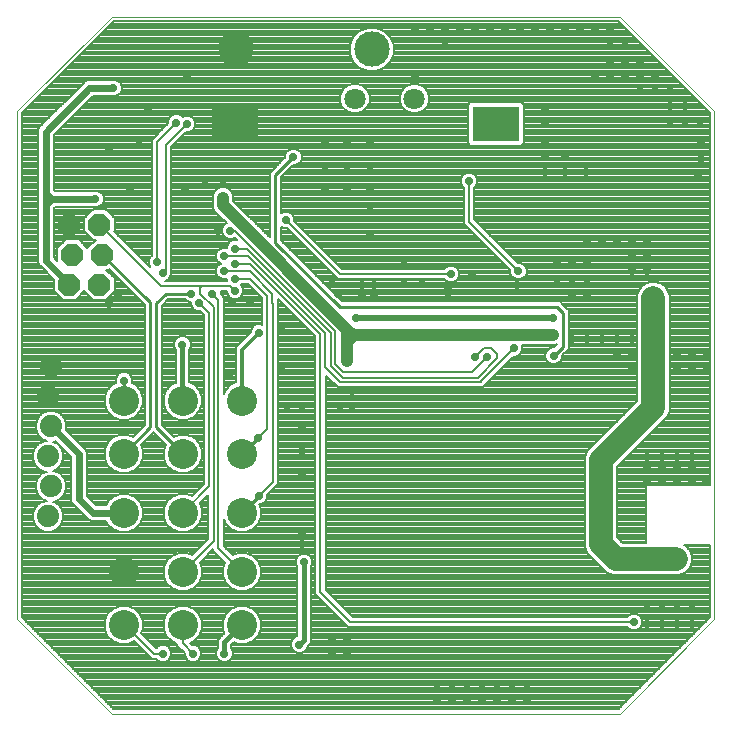
<source format=gbl>
G75*
G70*
%OFA0B0*%
%FSLAX24Y24*%
%IPPOS*%
%LPD*%
%AMOC8*
5,1,8,0,0,1.08239X$1,22.5*
%
%ADD10C,0.0000*%
%ADD11OC8,0.0740*%
%ADD12C,0.1181*%
%ADD13R,0.1181X0.1181*%
%ADD14C,0.1000*%
%ADD15C,0.0740*%
%ADD16C,0.0709*%
%ADD17C,0.0280*%
%ADD18C,0.0080*%
%ADD19C,0.0160*%
%ADD20C,0.0100*%
%ADD21C,0.0320*%
%ADD22C,0.0400*%
%ADD23C,0.0240*%
%ADD24C,0.0800*%
%ADD25C,0.0120*%
%ADD26C,0.0200*%
D10*
X003294Y001045D02*
X000144Y004194D01*
X000144Y021124D01*
X003294Y024273D01*
X020223Y024273D01*
X023373Y021124D01*
X023373Y004194D01*
X020223Y001045D01*
X003294Y001045D01*
D11*
X002879Y015347D03*
X002979Y016347D03*
X001979Y016347D03*
X001879Y015347D03*
X001879Y017347D03*
X002879Y017347D03*
D12*
X007427Y023182D03*
X011959Y023182D03*
D13*
X015891Y020701D03*
X016284Y020701D03*
X007597Y020701D03*
X007203Y020701D03*
D14*
X007625Y011478D03*
X007625Y009706D03*
X007625Y007738D03*
X007625Y005769D03*
X007625Y003998D03*
X005656Y003998D03*
X005656Y005769D03*
X003688Y005769D03*
X003688Y003998D03*
X003688Y007738D03*
X005656Y007738D03*
X005656Y009706D03*
X005656Y011478D03*
X003688Y011478D03*
X003688Y009706D03*
D15*
X001268Y010620D03*
X001168Y011620D03*
X001268Y012620D03*
X001168Y009620D03*
X001268Y008620D03*
X001168Y007620D03*
D16*
X011394Y021545D03*
X013378Y021545D03*
D17*
X013394Y022345D03*
X014394Y023295D03*
X014394Y023795D03*
X013894Y023795D03*
X013394Y023795D03*
X014894Y023795D03*
X015394Y023795D03*
X015894Y023795D03*
X016394Y023795D03*
X016894Y023795D03*
X017394Y023795D03*
X017894Y023795D03*
X018394Y023795D03*
X018894Y023795D03*
X019394Y023795D03*
X019894Y023795D03*
X019894Y023295D03*
X019894Y022795D03*
X019894Y022295D03*
X019394Y022295D03*
X020394Y022295D03*
X020394Y022795D03*
X020394Y023295D03*
X020894Y022795D03*
X020894Y022295D03*
X020894Y021795D03*
X021394Y021795D03*
X021394Y022295D03*
X021894Y021795D03*
X021894Y021295D03*
X021894Y020795D03*
X022394Y020795D03*
X022394Y021295D03*
X022894Y020795D03*
X022944Y020145D03*
X022944Y019545D03*
X022844Y018945D03*
X021144Y016795D03*
X020644Y016795D03*
X020144Y016795D03*
X019644Y016795D03*
X019144Y016795D03*
X019144Y016045D03*
X019144Y015545D03*
X019144Y015045D03*
X018644Y015045D03*
X018644Y015545D03*
X018144Y015545D03*
X018144Y016045D03*
X018644Y016045D03*
X016844Y015795D03*
X016794Y015345D03*
X017994Y014245D03*
X018644Y013545D03*
X018019Y012970D03*
X019144Y013545D03*
X019644Y013545D03*
X020144Y013545D03*
X020144Y013045D03*
X020644Y013045D03*
X020644Y012595D03*
X020644Y013545D03*
X021094Y014645D03*
X021344Y014895D03*
X021594Y014645D03*
X021144Y015795D03*
X020644Y015795D03*
X020644Y016295D03*
X021144Y016295D03*
X019094Y019095D03*
X018394Y019095D03*
X018394Y019645D03*
X017744Y019645D03*
X017744Y020145D03*
X017744Y020695D03*
X017744Y021195D03*
X017744Y019095D03*
X015194Y018795D03*
X013044Y015995D03*
X013044Y015370D03*
X013644Y015370D03*
X014494Y015245D03*
X014494Y014895D03*
X014594Y015695D03*
X015294Y015695D03*
X016694Y013220D03*
X015794Y012945D03*
X015394Y012945D03*
X012044Y014945D03*
X011644Y014945D03*
X011644Y015345D03*
X012044Y015345D03*
X010844Y015045D03*
X010644Y015545D03*
X011444Y014245D03*
X011294Y011795D03*
X011294Y011295D03*
X010894Y011295D03*
X009644Y011295D03*
X009144Y011295D03*
X009644Y010545D03*
X009644Y009795D03*
X009644Y009045D03*
X008188Y008301D03*
X009644Y007045D03*
X009644Y006695D03*
X009694Y006095D03*
X010644Y003545D03*
X010644Y003045D03*
X011144Y003045D03*
X011144Y003545D03*
X009544Y003345D03*
X007044Y003045D03*
X005994Y003045D03*
X004994Y003045D03*
X008154Y010235D03*
X007194Y012345D03*
X008194Y013745D03*
X008944Y013845D03*
X007894Y014795D03*
X007394Y015145D03*
X007394Y015545D03*
X007044Y015795D03*
X007394Y016045D03*
X007044Y016295D03*
X007394Y016545D03*
X007244Y017145D03*
X006844Y017145D03*
X005744Y018545D03*
X006394Y018845D03*
X006994Y018845D03*
X005794Y020695D03*
X005444Y020745D03*
X004494Y021145D03*
X004194Y019995D03*
X003194Y019795D03*
X003894Y018545D03*
X002744Y018195D03*
X004794Y016095D03*
X004994Y015745D03*
X005944Y015045D03*
X006194Y014745D03*
X006644Y015045D03*
X007294Y014745D03*
X005644Y013345D03*
X003694Y012145D03*
X003194Y014695D03*
X003494Y014945D03*
X008944Y012545D03*
X011894Y017045D03*
X011894Y017795D03*
X011894Y018545D03*
X011144Y018545D03*
X011144Y019295D03*
X011144Y020045D03*
X011894Y020045D03*
X011894Y019295D03*
X010394Y019295D03*
X010394Y020045D03*
X009344Y019595D03*
X010394Y018545D03*
X009094Y017495D03*
X005794Y022245D03*
X003344Y021895D03*
X020694Y004095D03*
X021144Y004045D03*
X021144Y004545D03*
X021644Y004545D03*
X021644Y004045D03*
X022144Y004045D03*
X022144Y004545D03*
X022644Y004545D03*
X022644Y004045D03*
X021744Y005995D03*
X021744Y006395D03*
X022094Y006195D03*
X022144Y008795D03*
X022144Y009195D03*
X022144Y009595D03*
X021644Y009595D03*
X021644Y009195D03*
X021644Y008795D03*
X021144Y008795D03*
X021144Y009195D03*
X021144Y009595D03*
X022644Y009595D03*
X022644Y009195D03*
X022644Y008795D03*
X023094Y008795D03*
X023119Y012545D03*
X022644Y012545D03*
X022144Y012545D03*
X022144Y013045D03*
X022644Y013045D03*
X023119Y013045D03*
X017144Y002045D03*
X016644Y002045D03*
X016144Y002045D03*
X015644Y002045D03*
X015144Y002045D03*
X015144Y001545D03*
X015644Y001545D03*
X016144Y001545D03*
X016644Y001545D03*
X017144Y001545D03*
X014644Y001545D03*
X014144Y001545D03*
X014144Y002045D03*
X014644Y002045D03*
D18*
X021281Y002301D02*
X002236Y002301D01*
X002157Y002379D02*
X021359Y002379D01*
X021438Y002458D02*
X002079Y002458D01*
X002000Y002536D02*
X021516Y002536D01*
X021595Y002615D02*
X001922Y002615D01*
X001843Y002693D02*
X021673Y002693D01*
X021752Y002772D02*
X007117Y002772D01*
X007100Y002765D02*
X007203Y002807D01*
X007282Y002886D01*
X007324Y002989D01*
X007324Y003101D01*
X007282Y003203D01*
X007264Y003221D01*
X007264Y003326D01*
X007355Y003417D01*
X007497Y003358D01*
X007752Y003358D01*
X007987Y003455D01*
X008167Y003635D01*
X008265Y003870D01*
X008265Y004125D01*
X008167Y004360D01*
X007987Y004540D01*
X007752Y004638D01*
X007497Y004638D01*
X007262Y004540D01*
X007082Y004360D01*
X006985Y004125D01*
X006985Y003870D01*
X007044Y003728D01*
X006824Y003508D01*
X006824Y003221D01*
X006807Y003203D01*
X006764Y003101D01*
X006764Y002989D01*
X006807Y002886D01*
X006886Y002807D01*
X006989Y002765D01*
X007100Y002765D01*
X006972Y002772D02*
X006067Y002772D01*
X006050Y002765D02*
X006153Y002807D01*
X006232Y002886D01*
X006274Y002989D01*
X006274Y003101D01*
X006232Y003203D01*
X006153Y003282D01*
X006050Y003325D01*
X005969Y003325D01*
X005891Y003402D01*
X006019Y003455D01*
X006199Y003635D01*
X006296Y003870D01*
X006296Y004125D01*
X006199Y004360D01*
X006019Y004540D01*
X005783Y004638D01*
X005529Y004638D01*
X005294Y004540D01*
X005113Y004360D01*
X005016Y004125D01*
X005016Y003870D01*
X005113Y003635D01*
X005294Y003455D01*
X005476Y003379D01*
X005476Y003308D01*
X005714Y003070D01*
X005714Y002989D01*
X005757Y002886D01*
X005836Y002807D01*
X005939Y002765D01*
X006050Y002765D01*
X005922Y002772D02*
X005067Y002772D01*
X005050Y002765D02*
X005153Y002807D01*
X005232Y002886D01*
X005274Y002989D01*
X005274Y003101D01*
X005232Y003203D01*
X005153Y003282D01*
X005050Y003325D01*
X004939Y003325D01*
X004836Y003282D01*
X004778Y003225D01*
X004769Y003225D01*
X004268Y003726D01*
X004328Y003870D01*
X004328Y004125D01*
X004230Y004360D01*
X004050Y004540D01*
X003815Y004638D01*
X003560Y004638D01*
X003325Y004540D01*
X003145Y004360D01*
X003048Y004125D01*
X003048Y003870D01*
X003145Y003635D01*
X003325Y003455D01*
X003560Y003358D01*
X003815Y003358D01*
X004036Y003449D01*
X004620Y002865D01*
X004778Y002865D01*
X004836Y002807D01*
X004939Y002765D01*
X005050Y002765D01*
X004922Y002772D02*
X001765Y002772D01*
X001686Y002850D02*
X004793Y002850D01*
X004694Y003045D02*
X003744Y003995D01*
X003690Y003995D01*
X003688Y003998D01*
X003960Y004577D02*
X005383Y004577D01*
X005252Y004499D02*
X004091Y004499D01*
X004170Y004420D02*
X005174Y004420D01*
X005106Y004342D02*
X004238Y004342D01*
X004270Y004263D02*
X005073Y004263D01*
X005041Y004185D02*
X004303Y004185D01*
X004328Y004106D02*
X005016Y004106D01*
X005016Y004028D02*
X004328Y004028D01*
X004328Y003949D02*
X005016Y003949D01*
X005016Y003871D02*
X004328Y003871D01*
X004295Y003792D02*
X005048Y003792D01*
X005081Y003714D02*
X004280Y003714D01*
X004358Y003635D02*
X005113Y003635D01*
X005192Y003557D02*
X004437Y003557D01*
X004515Y003478D02*
X005270Y003478D01*
X005427Y003400D02*
X004594Y003400D01*
X004672Y003321D02*
X004930Y003321D01*
X005058Y003321D02*
X005476Y003321D01*
X005542Y003243D02*
X005192Y003243D01*
X005248Y003164D02*
X005620Y003164D01*
X005699Y003086D02*
X005274Y003086D01*
X005274Y003007D02*
X005714Y003007D01*
X005739Y002929D02*
X005249Y002929D01*
X005196Y002850D02*
X005793Y002850D01*
X005994Y003045D02*
X005656Y003383D01*
X005656Y003998D01*
X005929Y004577D02*
X007352Y004577D01*
X007221Y004499D02*
X006060Y004499D01*
X006138Y004420D02*
X007142Y004420D01*
X007074Y004342D02*
X006206Y004342D01*
X006239Y004263D02*
X007042Y004263D01*
X007009Y004185D02*
X006271Y004185D01*
X006296Y004106D02*
X006985Y004106D01*
X006985Y004028D02*
X006296Y004028D01*
X006296Y003949D02*
X006985Y003949D01*
X006985Y003871D02*
X006296Y003871D01*
X006264Y003792D02*
X007017Y003792D01*
X007030Y003714D02*
X006231Y003714D01*
X006199Y003635D02*
X006951Y003635D01*
X006873Y003557D02*
X006120Y003557D01*
X006042Y003478D02*
X006824Y003478D01*
X006824Y003400D02*
X005894Y003400D01*
X006058Y003321D02*
X006824Y003321D01*
X006824Y003243D02*
X006192Y003243D01*
X006248Y003164D02*
X006791Y003164D01*
X006764Y003086D02*
X006274Y003086D01*
X006274Y003007D02*
X006764Y003007D01*
X006789Y002929D02*
X006249Y002929D01*
X006196Y002850D02*
X006843Y002850D01*
X007246Y002850D02*
X021830Y002850D01*
X021909Y002929D02*
X007299Y002929D01*
X007324Y003007D02*
X021987Y003007D01*
X022066Y003086D02*
X009651Y003086D01*
X009600Y003065D02*
X009703Y003107D01*
X009782Y003186D01*
X009824Y003289D01*
X009824Y003314D01*
X009914Y003404D01*
X009914Y005919D01*
X009932Y005936D01*
X009974Y006039D01*
X009974Y006151D01*
X009932Y006253D01*
X009853Y006332D01*
X009750Y006375D01*
X009639Y006375D01*
X009536Y006332D01*
X009457Y006253D01*
X009414Y006151D01*
X009414Y006039D01*
X009457Y005936D01*
X009474Y005919D01*
X009474Y003619D01*
X009386Y003582D01*
X009307Y003503D01*
X009264Y003401D01*
X009264Y003289D01*
X009307Y003186D01*
X009386Y003107D01*
X009489Y003065D01*
X009600Y003065D01*
X009438Y003086D02*
X007324Y003086D01*
X007298Y003164D02*
X009329Y003164D01*
X009283Y003243D02*
X007264Y003243D01*
X007264Y003321D02*
X009264Y003321D01*
X009264Y003400D02*
X007854Y003400D01*
X008010Y003478D02*
X009296Y003478D01*
X009360Y003557D02*
X008089Y003557D01*
X008167Y003635D02*
X009474Y003635D01*
X009474Y003714D02*
X008200Y003714D01*
X008232Y003792D02*
X009474Y003792D01*
X009474Y003871D02*
X008265Y003871D01*
X008265Y003949D02*
X009474Y003949D01*
X009474Y004028D02*
X008265Y004028D01*
X008265Y004106D02*
X009474Y004106D01*
X009474Y004185D02*
X008240Y004185D01*
X008207Y004263D02*
X009474Y004263D01*
X009474Y004342D02*
X008175Y004342D01*
X008107Y004420D02*
X009474Y004420D01*
X009474Y004499D02*
X008028Y004499D01*
X007897Y004577D02*
X009474Y004577D01*
X009474Y004656D02*
X000284Y004656D01*
X000284Y004734D02*
X009474Y004734D01*
X009474Y004813D02*
X000284Y004813D01*
X000284Y004891D02*
X009474Y004891D01*
X009474Y004970D02*
X000284Y004970D01*
X000284Y005048D02*
X009474Y005048D01*
X009474Y005127D02*
X000284Y005127D01*
X000284Y005205D02*
X005345Y005205D01*
X005294Y005227D02*
X005529Y005129D01*
X005783Y005129D01*
X006019Y005227D01*
X006199Y005407D01*
X006296Y005642D01*
X006296Y005897D01*
X006220Y006079D01*
X006664Y006523D01*
X006664Y006475D01*
X006770Y006370D01*
X007060Y006079D01*
X006985Y005897D01*
X006985Y005642D01*
X007082Y005407D01*
X007262Y005227D01*
X007497Y005129D01*
X007752Y005129D01*
X007987Y005227D01*
X008167Y005407D01*
X008265Y005642D01*
X008265Y005897D01*
X008167Y006132D01*
X007987Y006312D01*
X007752Y006409D01*
X007497Y006409D01*
X007315Y006334D01*
X007024Y006624D01*
X007024Y007515D01*
X007082Y007375D01*
X007262Y007195D01*
X007497Y007098D01*
X007752Y007098D01*
X007987Y007195D01*
X008167Y007375D01*
X008265Y007610D01*
X008265Y007865D01*
X008200Y008021D01*
X008244Y008021D01*
X008347Y008064D01*
X008425Y008142D01*
X008468Y008245D01*
X008468Y008327D01*
X008828Y008687D01*
X008828Y014811D01*
X008824Y014815D01*
X008824Y014860D01*
X010064Y013620D01*
X010064Y005020D01*
X011064Y004020D01*
X011170Y003915D01*
X020478Y003915D01*
X020536Y003857D01*
X020639Y003815D01*
X020750Y003815D01*
X020853Y003857D01*
X020932Y003936D01*
X020974Y004039D01*
X020974Y004151D01*
X020932Y004253D01*
X020853Y004332D01*
X020750Y004375D01*
X020639Y004375D01*
X020536Y004332D01*
X020478Y004275D01*
X011319Y004275D01*
X010424Y005169D01*
X010424Y012310D01*
X010820Y011915D01*
X015669Y011915D01*
X015774Y012020D01*
X015774Y012045D01*
X016669Y012940D01*
X016750Y012940D01*
X016853Y012982D01*
X016932Y013061D01*
X016974Y013164D01*
X016974Y013276D01*
X016952Y013330D01*
X018062Y013330D01*
X018138Y013361D01*
X018138Y013357D01*
X018031Y013250D01*
X017964Y013250D01*
X017861Y013207D01*
X017782Y013128D01*
X017739Y013026D01*
X017739Y012914D01*
X017782Y012811D01*
X017861Y012732D01*
X017964Y012690D01*
X018075Y012690D01*
X018178Y012732D01*
X018257Y012811D01*
X018299Y012914D01*
X018299Y012981D01*
X018518Y013200D01*
X018518Y014486D01*
X018407Y014597D01*
X018331Y014674D01*
X018219Y014785D01*
X010970Y014785D01*
X008934Y016821D01*
X008934Y017259D01*
X008936Y017257D01*
X009039Y017215D01*
X009120Y017215D01*
X010820Y015515D01*
X014378Y015515D01*
X014436Y015457D01*
X014539Y015415D01*
X014650Y015415D01*
X014753Y015457D01*
X014832Y015536D01*
X014874Y015639D01*
X014874Y015751D01*
X014832Y015853D01*
X014753Y015932D01*
X014650Y015975D01*
X014539Y015975D01*
X014436Y015932D01*
X014378Y015875D01*
X010969Y015875D01*
X009374Y017469D01*
X009374Y017551D01*
X009332Y017653D01*
X009253Y017732D01*
X009150Y017775D01*
X009039Y017775D01*
X008936Y017732D01*
X008934Y017731D01*
X008934Y018916D01*
X009333Y019315D01*
X009400Y019315D01*
X009503Y019357D01*
X009582Y019436D01*
X009624Y019539D01*
X009624Y019651D01*
X009582Y019753D01*
X009503Y019832D01*
X009400Y019875D01*
X009289Y019875D01*
X009186Y019832D01*
X009107Y019753D01*
X009064Y019651D01*
X009064Y019584D01*
X008554Y019074D01*
X008554Y016916D01*
X007334Y018136D01*
X007334Y018312D01*
X007282Y018437D01*
X007187Y018533D01*
X007062Y018585D01*
X006927Y018585D01*
X006802Y018533D01*
X006706Y018437D01*
X006654Y018312D01*
X006654Y017927D01*
X006706Y017802D01*
X006802Y017707D01*
X007114Y017394D01*
X007086Y017382D01*
X007007Y017303D01*
X006964Y017201D01*
X006964Y017089D01*
X007007Y016986D01*
X007086Y016907D01*
X007189Y016865D01*
X007300Y016865D01*
X007385Y016900D01*
X007467Y016818D01*
X007450Y016825D01*
X007339Y016825D01*
X007236Y016782D01*
X007157Y016703D01*
X007114Y016601D01*
X007114Y016569D01*
X007100Y016575D01*
X006989Y016575D01*
X006886Y016532D01*
X006807Y016453D01*
X006764Y016351D01*
X006764Y016239D01*
X006807Y016136D01*
X006886Y016057D01*
X006916Y016045D01*
X006886Y016032D01*
X006807Y015953D01*
X006764Y015851D01*
X006764Y015739D01*
X006807Y015636D01*
X006886Y015557D01*
X006989Y015515D01*
X007100Y015515D01*
X007114Y015521D01*
X007114Y015489D01*
X007120Y015475D01*
X005074Y015475D01*
X005153Y015507D01*
X005232Y015586D01*
X005274Y015689D01*
X005274Y019920D01*
X005769Y020415D01*
X005850Y020415D01*
X005953Y020457D01*
X006032Y020536D01*
X006074Y020639D01*
X006074Y020751D01*
X006032Y020853D01*
X005953Y020932D01*
X005850Y020975D01*
X005739Y020975D01*
X005648Y020937D01*
X005603Y020982D01*
X005500Y021025D01*
X005389Y021025D01*
X005286Y020982D01*
X005207Y020903D01*
X005164Y020801D01*
X005164Y020719D01*
X004614Y020169D01*
X004614Y016311D01*
X004557Y016253D01*
X004514Y016151D01*
X004514Y016039D01*
X004556Y015937D01*
X003373Y017120D01*
X003389Y017136D01*
X003389Y017558D01*
X003090Y017857D01*
X002668Y017857D01*
X002369Y017558D01*
X002369Y017136D01*
X002668Y016837D01*
X002748Y016837D01*
X002479Y016568D01*
X002190Y016857D01*
X001768Y016857D01*
X001469Y016558D01*
X001469Y016138D01*
X001354Y016253D01*
X001354Y017887D01*
X001402Y017935D01*
X002640Y017935D01*
X002689Y017915D01*
X002800Y017915D01*
X002903Y017957D01*
X002982Y018036D01*
X003024Y018139D01*
X003024Y018251D01*
X002982Y018353D01*
X002903Y018432D01*
X002800Y018475D01*
X002689Y018475D01*
X002640Y018455D01*
X001402Y018455D01*
X001354Y018503D01*
X001354Y020337D01*
X002652Y021635D01*
X003240Y021635D01*
X003289Y021615D01*
X003400Y021615D01*
X003503Y021657D01*
X003582Y021736D01*
X003624Y021839D01*
X003624Y021951D01*
X003582Y022053D01*
X003503Y022132D01*
X003400Y022175D01*
X003289Y022175D01*
X003240Y022155D01*
X002493Y022155D01*
X002397Y022115D01*
X002324Y022042D01*
X000874Y020592D01*
X000834Y020497D01*
X000834Y016093D01*
X000874Y015998D01*
X000947Y015924D01*
X001369Y015502D01*
X001369Y015136D01*
X001668Y014837D01*
X002090Y014837D01*
X002379Y015126D01*
X002668Y014837D01*
X003090Y014837D01*
X003389Y015136D01*
X003389Y015558D01*
X003110Y015837D01*
X003190Y015837D01*
X003205Y015852D01*
X004386Y014672D01*
X004386Y010673D01*
X003987Y010275D01*
X003815Y010346D01*
X003560Y010346D01*
X003325Y010249D01*
X003145Y010069D01*
X003048Y009834D01*
X003048Y009579D01*
X003145Y009344D01*
X003325Y009164D01*
X003560Y009066D01*
X003815Y009066D01*
X004050Y009164D01*
X004230Y009344D01*
X004328Y009579D01*
X004328Y009834D01*
X004256Y010006D01*
X004654Y010404D01*
X004672Y010422D01*
X005088Y010006D01*
X005016Y009834D01*
X005016Y009579D01*
X005113Y009344D01*
X005294Y009164D01*
X005529Y009066D01*
X005783Y009066D01*
X006019Y009164D01*
X006199Y009344D01*
X006296Y009579D01*
X006296Y009834D01*
X006199Y010069D01*
X006019Y010249D01*
X005783Y010346D01*
X005529Y010346D01*
X005356Y010275D01*
X004957Y010674D01*
X004957Y014639D01*
X005173Y014855D01*
X005738Y014855D01*
X005786Y014807D01*
X005889Y014765D01*
X005914Y014765D01*
X005914Y014689D01*
X005957Y014586D01*
X006036Y014507D01*
X006139Y014465D01*
X006220Y014465D01*
X006364Y014320D01*
X006364Y008700D01*
X005966Y008302D01*
X005783Y008378D01*
X005529Y008378D01*
X005294Y008280D01*
X005113Y008100D01*
X005016Y007865D01*
X005016Y007610D01*
X005113Y007375D01*
X005294Y007195D01*
X005529Y007098D01*
X005783Y007098D01*
X006019Y007195D01*
X006199Y007375D01*
X006296Y007610D01*
X006296Y007865D01*
X006220Y008048D01*
X006511Y008338D01*
X006511Y006879D01*
X005966Y006334D01*
X005783Y006409D01*
X005529Y006409D01*
X005294Y006312D01*
X005113Y006132D01*
X005016Y005897D01*
X005016Y005642D01*
X005113Y005407D01*
X005294Y005227D01*
X005236Y005284D02*
X000284Y005284D01*
X000284Y005362D02*
X005158Y005362D01*
X005099Y005441D02*
X000284Y005441D01*
X000284Y005519D02*
X005067Y005519D01*
X005034Y005598D02*
X000284Y005598D01*
X000284Y005676D02*
X005016Y005676D01*
X005016Y005755D02*
X000284Y005755D01*
X000284Y005833D02*
X005016Y005833D01*
X005022Y005912D02*
X000284Y005912D01*
X000284Y005990D02*
X005055Y005990D01*
X005087Y006069D02*
X000284Y006069D01*
X000284Y006147D02*
X005129Y006147D01*
X005208Y006226D02*
X000284Y006226D01*
X000284Y006304D02*
X005286Y006304D01*
X005465Y006383D02*
X000284Y006383D01*
X000284Y006461D02*
X006094Y006461D01*
X006172Y006540D02*
X000284Y006540D01*
X000284Y006618D02*
X006251Y006618D01*
X006329Y006697D02*
X000284Y006697D01*
X000284Y006775D02*
X006408Y006775D01*
X006486Y006854D02*
X000284Y006854D01*
X000284Y006932D02*
X006511Y006932D01*
X006511Y007011D02*
X000284Y007011D01*
X000284Y007089D02*
X006511Y007089D01*
X006511Y007168D02*
X005953Y007168D01*
X006070Y007246D02*
X006511Y007246D01*
X006511Y007325D02*
X006148Y007325D01*
X006210Y007403D02*
X006511Y007403D01*
X006511Y007482D02*
X006243Y007482D01*
X006275Y007560D02*
X006511Y007560D01*
X006511Y007639D02*
X006296Y007639D01*
X006296Y007717D02*
X006511Y007717D01*
X006511Y007796D02*
X006296Y007796D01*
X006292Y007874D02*
X006511Y007874D01*
X006511Y007953D02*
X006260Y007953D01*
X006227Y008031D02*
X006511Y008031D01*
X006511Y008110D02*
X006283Y008110D01*
X006361Y008188D02*
X006511Y008188D01*
X006511Y008267D02*
X006440Y008267D01*
X006166Y008502D02*
X002454Y008502D01*
X002454Y008424D02*
X006088Y008424D01*
X006009Y008345D02*
X005862Y008345D01*
X005451Y008345D02*
X003893Y008345D01*
X003815Y008378D02*
X003560Y008378D01*
X003325Y008280D01*
X003145Y008100D01*
X003102Y007998D01*
X002759Y007998D01*
X002454Y008303D01*
X002454Y009745D01*
X002415Y009841D01*
X001766Y010489D01*
X001778Y010518D01*
X001778Y010721D01*
X001700Y010909D01*
X001557Y011052D01*
X001369Y011130D01*
X001166Y011130D01*
X000979Y011052D01*
X000835Y010909D01*
X000758Y010721D01*
X000758Y010518D01*
X000835Y010331D01*
X000979Y010187D01*
X001118Y010130D01*
X001066Y010130D01*
X000879Y010052D01*
X000735Y009909D01*
X000658Y009721D01*
X000658Y009518D01*
X000735Y009331D01*
X000879Y009187D01*
X001066Y009110D01*
X001118Y009110D01*
X000979Y009052D01*
X000835Y008909D01*
X000758Y008721D01*
X000758Y008518D01*
X000835Y008331D01*
X000979Y008187D01*
X001118Y008130D01*
X001066Y008130D01*
X000879Y008052D01*
X000735Y007909D01*
X000658Y007721D01*
X000658Y007518D01*
X000735Y007331D01*
X000879Y007187D01*
X001066Y007110D01*
X001269Y007110D01*
X001457Y007187D01*
X001600Y007331D01*
X001678Y007518D01*
X001678Y007721D01*
X001600Y007909D01*
X001457Y008052D01*
X001318Y008110D01*
X001369Y008110D01*
X001557Y008187D01*
X001700Y008331D01*
X001778Y008518D01*
X001778Y008721D01*
X001700Y008909D01*
X001557Y009052D01*
X001934Y009052D01*
X001934Y009130D02*
X001319Y009130D01*
X001318Y009130D02*
X001457Y009187D01*
X001600Y009331D01*
X001678Y009518D01*
X001678Y009721D01*
X001600Y009909D01*
X001457Y010052D01*
X001318Y010110D01*
X001369Y010110D01*
X001398Y010122D01*
X001934Y009586D01*
X001934Y008143D01*
X001974Y008048D01*
X002047Y007974D01*
X002504Y007517D01*
X002600Y007478D01*
X003102Y007478D01*
X003145Y007375D01*
X003325Y007195D01*
X003560Y007098D01*
X003815Y007098D01*
X004050Y007195D01*
X004230Y007375D01*
X004328Y007610D01*
X004328Y007865D01*
X004230Y008100D01*
X004050Y008280D01*
X003815Y008378D01*
X004064Y008267D02*
X005280Y008267D01*
X005202Y008188D02*
X004142Y008188D01*
X004221Y008110D02*
X005123Y008110D01*
X005085Y008031D02*
X004259Y008031D01*
X004291Y007953D02*
X005052Y007953D01*
X005020Y007874D02*
X004324Y007874D01*
X004328Y007796D02*
X005016Y007796D01*
X005016Y007717D02*
X004328Y007717D01*
X004328Y007639D02*
X005016Y007639D01*
X005037Y007560D02*
X004307Y007560D01*
X004274Y007482D02*
X005069Y007482D01*
X005102Y007403D02*
X004242Y007403D01*
X004180Y007325D02*
X005164Y007325D01*
X005242Y007246D02*
X004101Y007246D01*
X003984Y007168D02*
X005359Y007168D01*
X005656Y007738D02*
X006544Y008626D01*
X006544Y014395D01*
X006194Y014745D01*
X005996Y014547D02*
X004957Y014547D01*
X004957Y014625D02*
X005941Y014625D01*
X005914Y014704D02*
X005022Y014704D01*
X005100Y014782D02*
X005846Y014782D01*
X006130Y014468D02*
X004957Y014468D01*
X004957Y014390D02*
X006295Y014390D01*
X006364Y014311D02*
X004957Y014311D01*
X004957Y014233D02*
X006364Y014233D01*
X006364Y014154D02*
X004957Y014154D01*
X004957Y014076D02*
X006364Y014076D01*
X006364Y013997D02*
X004957Y013997D01*
X004957Y013919D02*
X006364Y013919D01*
X006364Y013840D02*
X004957Y013840D01*
X004957Y013762D02*
X006364Y013762D01*
X006364Y013683D02*
X004957Y013683D01*
X004957Y013605D02*
X005540Y013605D01*
X005589Y013625D02*
X005486Y013582D01*
X005407Y013503D01*
X005364Y013401D01*
X005364Y013289D01*
X005407Y013186D01*
X005424Y013169D01*
X005424Y012075D01*
X005294Y012020D01*
X005113Y011840D01*
X005016Y011605D01*
X005016Y011351D01*
X005113Y011115D01*
X005294Y010935D01*
X005529Y010838D01*
X005783Y010838D01*
X006019Y010935D01*
X006199Y011115D01*
X006296Y011351D01*
X006296Y011605D01*
X006199Y011840D01*
X006019Y012020D01*
X005864Y012084D01*
X005864Y013169D01*
X005882Y013186D01*
X005924Y013289D01*
X005924Y013401D01*
X005882Y013503D01*
X005803Y013582D01*
X005700Y013625D01*
X005589Y013625D01*
X005748Y013605D02*
X006364Y013605D01*
X006364Y013526D02*
X005859Y013526D01*
X005905Y013448D02*
X006364Y013448D01*
X006364Y013369D02*
X005924Y013369D01*
X005924Y013291D02*
X006364Y013291D01*
X006364Y013212D02*
X005892Y013212D01*
X005864Y013134D02*
X006364Y013134D01*
X006364Y013055D02*
X005864Y013055D01*
X005864Y012977D02*
X006364Y012977D01*
X006364Y012898D02*
X005864Y012898D01*
X005864Y012820D02*
X006364Y012820D01*
X006364Y012741D02*
X005864Y012741D01*
X005864Y012663D02*
X006364Y012663D01*
X006364Y012584D02*
X005864Y012584D01*
X005864Y012506D02*
X006364Y012506D01*
X006364Y012427D02*
X005864Y012427D01*
X005864Y012349D02*
X006364Y012349D01*
X006364Y012270D02*
X005864Y012270D01*
X005864Y012192D02*
X006364Y012192D01*
X006364Y012113D02*
X005864Y012113D01*
X005984Y012035D02*
X006364Y012035D01*
X006364Y011956D02*
X006083Y011956D01*
X006161Y011878D02*
X006364Y011878D01*
X006364Y011799D02*
X006216Y011799D01*
X006248Y011721D02*
X006364Y011721D01*
X006364Y011642D02*
X006281Y011642D01*
X006296Y011564D02*
X006364Y011564D01*
X006364Y011485D02*
X006296Y011485D01*
X006296Y011407D02*
X006364Y011407D01*
X006364Y011328D02*
X006287Y011328D01*
X006254Y011250D02*
X006364Y011250D01*
X006364Y011171D02*
X006222Y011171D01*
X006176Y011093D02*
X006364Y011093D01*
X006364Y011014D02*
X006098Y011014D01*
X006019Y010936D02*
X006364Y010936D01*
X006364Y010857D02*
X005830Y010857D01*
X005482Y010857D02*
X004957Y010857D01*
X004957Y010779D02*
X006364Y010779D01*
X006364Y010700D02*
X004957Y010700D01*
X005009Y010622D02*
X006364Y010622D01*
X006364Y010543D02*
X005088Y010543D01*
X005166Y010465D02*
X006364Y010465D01*
X006364Y010386D02*
X005245Y010386D01*
X005323Y010308D02*
X005436Y010308D01*
X005876Y010308D02*
X006364Y010308D01*
X006364Y010229D02*
X006038Y010229D01*
X006117Y010151D02*
X006364Y010151D01*
X006364Y010072D02*
X006195Y010072D01*
X006230Y009994D02*
X006364Y009994D01*
X006364Y009915D02*
X006262Y009915D01*
X006295Y009837D02*
X006364Y009837D01*
X006364Y009758D02*
X006296Y009758D01*
X006296Y009680D02*
X006364Y009680D01*
X006364Y009601D02*
X006296Y009601D01*
X006273Y009523D02*
X006364Y009523D01*
X006364Y009444D02*
X006240Y009444D01*
X006208Y009366D02*
X006364Y009366D01*
X006364Y009287D02*
X006142Y009287D01*
X006064Y009209D02*
X006364Y009209D01*
X006364Y009130D02*
X005938Y009130D01*
X006364Y009052D02*
X002454Y009052D01*
X002454Y009130D02*
X003405Y009130D01*
X003280Y009209D02*
X002454Y009209D01*
X002454Y009287D02*
X003201Y009287D01*
X003136Y009366D02*
X002454Y009366D01*
X002454Y009444D02*
X003103Y009444D01*
X003071Y009523D02*
X002454Y009523D01*
X002454Y009601D02*
X003048Y009601D01*
X003048Y009680D02*
X002454Y009680D01*
X002449Y009758D02*
X003048Y009758D01*
X003049Y009837D02*
X002416Y009837D01*
X002340Y009915D02*
X003081Y009915D01*
X003114Y009994D02*
X002261Y009994D01*
X002183Y010072D02*
X003149Y010072D01*
X003227Y010151D02*
X002104Y010151D01*
X002026Y010229D02*
X003306Y010229D01*
X003468Y010308D02*
X001947Y010308D01*
X001869Y010386D02*
X004099Y010386D01*
X004020Y010308D02*
X003908Y010308D01*
X004177Y010465D02*
X001790Y010465D01*
X001778Y010543D02*
X004256Y010543D01*
X004334Y010622D02*
X001778Y010622D01*
X001778Y010700D02*
X004386Y010700D01*
X004386Y010779D02*
X001754Y010779D01*
X001721Y010857D02*
X003513Y010857D01*
X003560Y010838D02*
X003325Y010935D01*
X003145Y011115D01*
X003048Y011351D01*
X003048Y011605D01*
X003145Y011840D01*
X003325Y012020D01*
X003425Y012062D01*
X003414Y012089D01*
X003414Y012201D01*
X003457Y012303D01*
X003536Y012382D01*
X003639Y012425D01*
X003750Y012425D01*
X003853Y012382D01*
X003932Y012303D01*
X003974Y012201D01*
X003974Y012089D01*
X003961Y012057D01*
X004050Y012020D01*
X004230Y011840D01*
X004328Y011605D01*
X004328Y011351D01*
X004230Y011115D01*
X004050Y010935D01*
X003815Y010838D01*
X003560Y010838D01*
X003324Y010936D02*
X001673Y010936D01*
X001594Y011014D02*
X003246Y011014D01*
X003167Y011093D02*
X001458Y011093D01*
X001078Y011093D02*
X000284Y011093D01*
X000284Y011171D02*
X003122Y011171D01*
X003089Y011250D02*
X000284Y011250D01*
X000284Y011328D02*
X003057Y011328D01*
X003048Y011407D02*
X000284Y011407D01*
X000284Y011485D02*
X003048Y011485D01*
X003048Y011564D02*
X000284Y011564D01*
X000284Y011642D02*
X003063Y011642D01*
X003095Y011721D02*
X000284Y011721D01*
X000284Y011799D02*
X003128Y011799D01*
X003182Y011878D02*
X000284Y011878D01*
X000284Y011956D02*
X003261Y011956D01*
X003360Y012035D02*
X000284Y012035D01*
X000284Y012113D02*
X003414Y012113D01*
X003414Y012192D02*
X000284Y012192D01*
X000284Y012270D02*
X003443Y012270D01*
X003502Y012349D02*
X000284Y012349D01*
X000284Y012427D02*
X004386Y012427D01*
X004386Y012349D02*
X003886Y012349D01*
X003945Y012270D02*
X004386Y012270D01*
X004386Y012192D02*
X003974Y012192D01*
X003974Y012113D02*
X004386Y012113D01*
X004386Y012035D02*
X004015Y012035D01*
X004114Y011956D02*
X004386Y011956D01*
X004386Y011878D02*
X004193Y011878D01*
X004247Y011799D02*
X004386Y011799D01*
X004386Y011721D02*
X004280Y011721D01*
X004312Y011642D02*
X004386Y011642D01*
X004386Y011564D02*
X004328Y011564D01*
X004328Y011485D02*
X004386Y011485D01*
X004386Y011407D02*
X004328Y011407D01*
X004318Y011328D02*
X004386Y011328D01*
X004386Y011250D02*
X004286Y011250D01*
X004253Y011171D02*
X004386Y011171D01*
X004386Y011093D02*
X004208Y011093D01*
X004129Y011014D02*
X004386Y011014D01*
X004386Y010936D02*
X004051Y010936D01*
X003862Y010857D02*
X004386Y010857D01*
X004636Y010386D02*
X004707Y010386D01*
X004786Y010308D02*
X004558Y010308D01*
X004479Y010229D02*
X004864Y010229D01*
X004943Y010151D02*
X004401Y010151D01*
X004322Y010072D02*
X005021Y010072D01*
X005082Y009994D02*
X004261Y009994D01*
X004294Y009915D02*
X005050Y009915D01*
X005017Y009837D02*
X004326Y009837D01*
X004328Y009758D02*
X005016Y009758D01*
X005016Y009680D02*
X004328Y009680D01*
X004328Y009601D02*
X005016Y009601D01*
X005039Y009523D02*
X004304Y009523D01*
X004272Y009444D02*
X005072Y009444D01*
X005104Y009366D02*
X004239Y009366D01*
X004174Y009287D02*
X005170Y009287D01*
X005248Y009209D02*
X004095Y009209D01*
X003970Y009130D02*
X005374Y009130D01*
X006364Y008973D02*
X002454Y008973D01*
X002454Y008895D02*
X006364Y008895D01*
X006364Y008816D02*
X002454Y008816D01*
X002454Y008738D02*
X006364Y008738D01*
X006323Y008659D02*
X002454Y008659D01*
X002454Y008581D02*
X006245Y008581D01*
X007024Y007482D02*
X007038Y007482D01*
X007024Y007403D02*
X007070Y007403D01*
X007024Y007325D02*
X007132Y007325D01*
X007211Y007246D02*
X007024Y007246D01*
X007024Y007168D02*
X007328Y007168D01*
X007024Y007089D02*
X010064Y007089D01*
X010064Y007011D02*
X007024Y007011D01*
X007024Y006932D02*
X010064Y006932D01*
X010064Y006854D02*
X007024Y006854D01*
X007024Y006775D02*
X010064Y006775D01*
X010064Y006697D02*
X007024Y006697D01*
X007030Y006618D02*
X010064Y006618D01*
X010064Y006540D02*
X007108Y006540D01*
X007187Y006461D02*
X010064Y006461D01*
X010064Y006383D02*
X007816Y006383D01*
X007995Y006304D02*
X009508Y006304D01*
X009445Y006226D02*
X008073Y006226D01*
X008152Y006147D02*
X009414Y006147D01*
X009414Y006069D02*
X008193Y006069D01*
X008226Y005990D02*
X009434Y005990D01*
X009474Y005912D02*
X008258Y005912D01*
X008265Y005833D02*
X009474Y005833D01*
X009474Y005755D02*
X008265Y005755D01*
X008265Y005676D02*
X009474Y005676D01*
X009474Y005598D02*
X008246Y005598D01*
X008214Y005519D02*
X009474Y005519D01*
X009474Y005441D02*
X008181Y005441D01*
X008123Y005362D02*
X009474Y005362D01*
X009474Y005284D02*
X008044Y005284D01*
X007936Y005205D02*
X009474Y005205D01*
X009914Y005205D02*
X010064Y005205D01*
X010064Y005127D02*
X009914Y005127D01*
X009914Y005048D02*
X010064Y005048D01*
X010115Y004970D02*
X009914Y004970D01*
X009914Y004891D02*
X010193Y004891D01*
X010272Y004813D02*
X009914Y004813D01*
X009914Y004734D02*
X010350Y004734D01*
X010429Y004656D02*
X009914Y004656D01*
X009914Y004577D02*
X010507Y004577D01*
X010586Y004499D02*
X009914Y004499D01*
X009914Y004420D02*
X010664Y004420D01*
X010743Y004342D02*
X009914Y004342D01*
X009914Y004263D02*
X010821Y004263D01*
X010900Y004185D02*
X009914Y004185D01*
X009914Y004106D02*
X010978Y004106D01*
X011057Y004028D02*
X009914Y004028D01*
X009914Y003949D02*
X011135Y003949D01*
X011244Y004095D02*
X020694Y004095D01*
X020974Y004106D02*
X023086Y004106D01*
X023008Y004028D02*
X020970Y004028D01*
X020937Y003949D02*
X022929Y003949D01*
X022851Y003871D02*
X020866Y003871D01*
X020960Y004185D02*
X023165Y004185D01*
X023233Y004252D02*
X020165Y001185D01*
X003352Y001185D01*
X000284Y004252D01*
X000284Y021066D01*
X003352Y024133D01*
X020165Y024133D01*
X023233Y021066D01*
X023233Y008670D01*
X021094Y008670D01*
X021094Y006735D01*
X020318Y006735D01*
X020137Y006916D01*
X020137Y009274D01*
X021802Y010939D01*
X021884Y011137D01*
X021884Y011352D01*
X021884Y015002D01*
X021802Y015201D01*
X021650Y015353D01*
X021452Y015435D01*
X021237Y015435D01*
X021038Y015353D01*
X020886Y015201D01*
X020804Y015002D01*
X020804Y011468D01*
X019139Y009804D01*
X019057Y009605D01*
X019057Y006585D01*
X019139Y006386D01*
X019291Y006234D01*
X019291Y006234D01*
X019636Y005889D01*
X019788Y005737D01*
X019987Y005655D01*
X022202Y005655D01*
X022400Y005737D01*
X022552Y005889D01*
X022634Y006087D01*
X022634Y006302D01*
X022552Y006501D01*
X022400Y006653D01*
X022359Y006670D01*
X023233Y006670D01*
X023233Y004252D01*
X023233Y004263D02*
X020922Y004263D01*
X020830Y004342D02*
X023233Y004342D01*
X023233Y004420D02*
X011173Y004420D01*
X011252Y004342D02*
X020559Y004342D01*
X020522Y003871D02*
X009914Y003871D01*
X009914Y003792D02*
X022772Y003792D01*
X022694Y003714D02*
X009914Y003714D01*
X009914Y003635D02*
X022615Y003635D01*
X022537Y003557D02*
X009914Y003557D01*
X009914Y003478D02*
X022458Y003478D01*
X022380Y003400D02*
X009910Y003400D01*
X009832Y003321D02*
X022301Y003321D01*
X022223Y003243D02*
X009805Y003243D01*
X009760Y003164D02*
X022144Y003164D01*
X021202Y002222D02*
X002314Y002222D01*
X002393Y002144D02*
X021124Y002144D01*
X021045Y002065D02*
X002471Y002065D01*
X002550Y001987D02*
X020967Y001987D01*
X020888Y001908D02*
X002628Y001908D01*
X002707Y001830D02*
X020810Y001830D01*
X020731Y001751D02*
X002785Y001751D01*
X002864Y001673D02*
X020653Y001673D01*
X020574Y001594D02*
X002942Y001594D01*
X003021Y001516D02*
X020496Y001516D01*
X020417Y001437D02*
X003099Y001437D01*
X003178Y001359D02*
X020339Y001359D01*
X020260Y001280D02*
X003256Y001280D01*
X003335Y001202D02*
X020182Y001202D01*
X023233Y004499D02*
X011095Y004499D01*
X011016Y004577D02*
X023233Y004577D01*
X023233Y004656D02*
X010938Y004656D01*
X010859Y004734D02*
X023233Y004734D01*
X023233Y004813D02*
X010781Y004813D01*
X010702Y004891D02*
X023233Y004891D01*
X023233Y004970D02*
X010624Y004970D01*
X010545Y005048D02*
X023233Y005048D01*
X023233Y005127D02*
X010467Y005127D01*
X010424Y005205D02*
X023233Y005205D01*
X023233Y005284D02*
X010424Y005284D01*
X010424Y005362D02*
X023233Y005362D01*
X023233Y005441D02*
X010424Y005441D01*
X010424Y005519D02*
X023233Y005519D01*
X023233Y005598D02*
X010424Y005598D01*
X010424Y005676D02*
X019935Y005676D01*
X019771Y005755D02*
X010424Y005755D01*
X010424Y005833D02*
X019692Y005833D01*
X019614Y005912D02*
X010424Y005912D01*
X010424Y005990D02*
X019535Y005990D01*
X019457Y006069D02*
X010424Y006069D01*
X010424Y006147D02*
X019378Y006147D01*
X019300Y006226D02*
X010424Y006226D01*
X010424Y006304D02*
X019221Y006304D01*
X019143Y006383D02*
X010424Y006383D01*
X010424Y006461D02*
X019108Y006461D01*
X019076Y006540D02*
X010424Y006540D01*
X010424Y006618D02*
X019057Y006618D01*
X019057Y006697D02*
X010424Y006697D01*
X010424Y006775D02*
X019057Y006775D01*
X019057Y006854D02*
X010424Y006854D01*
X010424Y006932D02*
X019057Y006932D01*
X019057Y007011D02*
X010424Y007011D01*
X010424Y007089D02*
X019057Y007089D01*
X019057Y007168D02*
X010424Y007168D01*
X010424Y007246D02*
X019057Y007246D01*
X019057Y007325D02*
X010424Y007325D01*
X010424Y007403D02*
X019057Y007403D01*
X019057Y007482D02*
X010424Y007482D01*
X010424Y007560D02*
X019057Y007560D01*
X019057Y007639D02*
X010424Y007639D01*
X010424Y007717D02*
X019057Y007717D01*
X019057Y007796D02*
X010424Y007796D01*
X010424Y007874D02*
X019057Y007874D01*
X019057Y007953D02*
X010424Y007953D01*
X010424Y008031D02*
X019057Y008031D01*
X019057Y008110D02*
X010424Y008110D01*
X010424Y008188D02*
X019057Y008188D01*
X019057Y008267D02*
X010424Y008267D01*
X010424Y008345D02*
X019057Y008345D01*
X019057Y008424D02*
X010424Y008424D01*
X010424Y008502D02*
X019057Y008502D01*
X019057Y008581D02*
X010424Y008581D01*
X010424Y008659D02*
X019057Y008659D01*
X019057Y008738D02*
X010424Y008738D01*
X010424Y008816D02*
X019057Y008816D01*
X019057Y008895D02*
X010424Y008895D01*
X010424Y008973D02*
X019057Y008973D01*
X019057Y009052D02*
X010424Y009052D01*
X010424Y009130D02*
X019057Y009130D01*
X019057Y009209D02*
X010424Y009209D01*
X010424Y009287D02*
X019057Y009287D01*
X019057Y009366D02*
X010424Y009366D01*
X010424Y009444D02*
X019057Y009444D01*
X019057Y009523D02*
X010424Y009523D01*
X010424Y009601D02*
X019057Y009601D01*
X019088Y009680D02*
X010424Y009680D01*
X010424Y009758D02*
X019121Y009758D01*
X019173Y009837D02*
X010424Y009837D01*
X010424Y009915D02*
X019251Y009915D01*
X019330Y009994D02*
X010424Y009994D01*
X010424Y010072D02*
X019408Y010072D01*
X019487Y010151D02*
X010424Y010151D01*
X010424Y010229D02*
X019565Y010229D01*
X019644Y010308D02*
X010424Y010308D01*
X010424Y010386D02*
X019722Y010386D01*
X019801Y010465D02*
X010424Y010465D01*
X010424Y010543D02*
X019879Y010543D01*
X019958Y010622D02*
X010424Y010622D01*
X010424Y010700D02*
X020036Y010700D01*
X020115Y010779D02*
X010424Y010779D01*
X010424Y010857D02*
X020193Y010857D01*
X020272Y010936D02*
X010424Y010936D01*
X010424Y011014D02*
X020350Y011014D01*
X020429Y011093D02*
X010424Y011093D01*
X010424Y011171D02*
X020507Y011171D01*
X020586Y011250D02*
X010424Y011250D01*
X010424Y011328D02*
X020664Y011328D01*
X020743Y011407D02*
X010424Y011407D01*
X010424Y011485D02*
X020804Y011485D01*
X020804Y011564D02*
X010424Y011564D01*
X010424Y011642D02*
X020804Y011642D01*
X020804Y011721D02*
X010424Y011721D01*
X010424Y011799D02*
X020804Y011799D01*
X020804Y011878D02*
X010424Y011878D01*
X010424Y011956D02*
X010778Y011956D01*
X010700Y012035D02*
X010424Y012035D01*
X010424Y012113D02*
X010621Y012113D01*
X010543Y012192D02*
X010424Y012192D01*
X010424Y012270D02*
X010464Y012270D01*
X010394Y012595D02*
X010394Y013745D01*
X007844Y016295D01*
X007044Y016295D01*
X006782Y016195D02*
X005274Y016195D01*
X005274Y016117D02*
X006826Y016117D01*
X006901Y016038D02*
X005274Y016038D01*
X005274Y015960D02*
X006813Y015960D01*
X006777Y015881D02*
X005274Y015881D01*
X005274Y015803D02*
X006764Y015803D01*
X006770Y015724D02*
X005274Y015724D01*
X005256Y015646D02*
X006803Y015646D01*
X006876Y015567D02*
X005213Y015567D01*
X005108Y015489D02*
X007114Y015489D01*
X007244Y015295D02*
X007394Y015145D01*
X007244Y015295D02*
X006294Y015295D01*
X006244Y015245D01*
X006244Y015195D01*
X006244Y015045D01*
X006691Y014598D01*
X006691Y006804D01*
X005656Y005769D01*
X006076Y005284D02*
X007205Y005284D01*
X007126Y005362D02*
X006154Y005362D01*
X006213Y005441D02*
X007068Y005441D01*
X007035Y005519D02*
X006245Y005519D01*
X006278Y005598D02*
X007003Y005598D01*
X006985Y005676D02*
X006296Y005676D01*
X006296Y005755D02*
X006985Y005755D01*
X006985Y005833D02*
X006296Y005833D01*
X006290Y005912D02*
X006991Y005912D01*
X007023Y005990D02*
X006257Y005990D01*
X006225Y006069D02*
X007056Y006069D01*
X006992Y006147D02*
X006289Y006147D01*
X006367Y006226D02*
X006913Y006226D01*
X006835Y006304D02*
X006446Y006304D01*
X006524Y006383D02*
X006756Y006383D01*
X006770Y006370D02*
X006770Y006370D01*
X006678Y006461D02*
X006603Y006461D01*
X006844Y006550D02*
X007625Y005769D01*
X007434Y006383D02*
X007265Y006383D01*
X006844Y006550D02*
X006844Y014845D01*
X006644Y015045D01*
X006924Y015019D02*
X006924Y015101D01*
X006918Y015115D01*
X007114Y015115D01*
X007114Y015089D01*
X007157Y014986D01*
X007236Y014907D01*
X007339Y014865D01*
X007450Y014865D01*
X007553Y014907D01*
X007632Y014986D01*
X007674Y015089D01*
X007674Y015201D01*
X007632Y015303D01*
X007590Y015345D01*
X007610Y015365D01*
X007820Y015365D01*
X008286Y014899D01*
X008286Y014010D01*
X008250Y014025D01*
X008139Y014025D01*
X008036Y013982D01*
X007957Y013903D01*
X007914Y013801D01*
X007914Y013748D01*
X007425Y013258D01*
X007425Y012088D01*
X007262Y012020D01*
X007082Y011840D01*
X007024Y011701D01*
X007024Y014919D01*
X006924Y015019D01*
X006926Y015018D02*
X007144Y015018D01*
X007114Y015096D02*
X006924Y015096D01*
X007004Y014939D02*
X007204Y014939D01*
X007024Y014861D02*
X008286Y014861D01*
X008286Y014782D02*
X007024Y014782D01*
X007024Y014704D02*
X008286Y014704D01*
X008286Y014625D02*
X007024Y014625D01*
X007024Y014547D02*
X008286Y014547D01*
X008286Y014468D02*
X007024Y014468D01*
X007024Y014390D02*
X008286Y014390D01*
X008286Y014311D02*
X007024Y014311D01*
X007024Y014233D02*
X008286Y014233D01*
X008286Y014154D02*
X007024Y014154D01*
X007024Y014076D02*
X008286Y014076D01*
X008072Y013997D02*
X007024Y013997D01*
X007024Y013919D02*
X007972Y013919D01*
X007931Y013840D02*
X007024Y013840D01*
X007024Y013762D02*
X007914Y013762D01*
X007850Y013683D02*
X007024Y013683D01*
X007024Y013605D02*
X007771Y013605D01*
X007693Y013526D02*
X007024Y013526D01*
X007024Y013448D02*
X007614Y013448D01*
X007536Y013369D02*
X007024Y013369D01*
X007024Y013291D02*
X007457Y013291D01*
X007425Y013212D02*
X007024Y013212D01*
X007024Y013134D02*
X007425Y013134D01*
X007425Y013055D02*
X007024Y013055D01*
X007024Y012977D02*
X007425Y012977D01*
X007425Y012898D02*
X007024Y012898D01*
X007024Y012820D02*
X007425Y012820D01*
X007425Y012741D02*
X007024Y012741D01*
X007024Y012663D02*
X007425Y012663D01*
X007425Y012584D02*
X007024Y012584D01*
X007024Y012506D02*
X007425Y012506D01*
X007425Y012427D02*
X007024Y012427D01*
X007024Y012349D02*
X007425Y012349D01*
X007425Y012270D02*
X007024Y012270D01*
X007024Y012192D02*
X007425Y012192D01*
X007425Y012113D02*
X007024Y012113D01*
X007024Y012035D02*
X007297Y012035D01*
X007198Y011956D02*
X007024Y011956D01*
X007024Y011878D02*
X007119Y011878D01*
X007065Y011799D02*
X007024Y011799D01*
X007024Y011721D02*
X007032Y011721D01*
X008466Y010547D02*
X008154Y010235D01*
X008466Y010547D02*
X008466Y014973D01*
X007894Y015545D01*
X007394Y015545D01*
X007603Y015332D02*
X007853Y015332D01*
X007931Y015253D02*
X007652Y015253D01*
X007674Y015175D02*
X008010Y015175D01*
X008088Y015096D02*
X007674Y015096D01*
X007645Y015018D02*
X008167Y015018D01*
X008245Y014939D02*
X007585Y014939D01*
X007894Y015795D02*
X007044Y015795D01*
X007394Y016045D02*
X007894Y016045D01*
X010244Y013695D01*
X010244Y005095D01*
X011244Y004095D01*
X010064Y005284D02*
X009914Y005284D01*
X009914Y005362D02*
X010064Y005362D01*
X010064Y005441D02*
X009914Y005441D01*
X009914Y005519D02*
X010064Y005519D01*
X010064Y005598D02*
X009914Y005598D01*
X009914Y005676D02*
X010064Y005676D01*
X010064Y005755D02*
X009914Y005755D01*
X009914Y005833D02*
X010064Y005833D01*
X010064Y005912D02*
X009914Y005912D01*
X009954Y005990D02*
X010064Y005990D01*
X010064Y006069D02*
X009974Y006069D01*
X009974Y006147D02*
X010064Y006147D01*
X010064Y006226D02*
X009943Y006226D01*
X009881Y006304D02*
X010064Y006304D01*
X010064Y007168D02*
X007921Y007168D01*
X008038Y007246D02*
X010064Y007246D01*
X010064Y007325D02*
X008117Y007325D01*
X008179Y007403D02*
X010064Y007403D01*
X010064Y007482D02*
X008211Y007482D01*
X008244Y007560D02*
X010064Y007560D01*
X010064Y007639D02*
X008265Y007639D01*
X008265Y007717D02*
X010064Y007717D01*
X010064Y007796D02*
X008265Y007796D01*
X008261Y007874D02*
X010064Y007874D01*
X010064Y007953D02*
X008228Y007953D01*
X008268Y008031D02*
X010064Y008031D01*
X010064Y008110D02*
X008393Y008110D01*
X008444Y008188D02*
X010064Y008188D01*
X010064Y008267D02*
X008468Y008267D01*
X008487Y008345D02*
X010064Y008345D01*
X010064Y008424D02*
X008565Y008424D01*
X008644Y008502D02*
X010064Y008502D01*
X010064Y008581D02*
X008722Y008581D01*
X008801Y008659D02*
X010064Y008659D01*
X010064Y008738D02*
X008828Y008738D01*
X008828Y008816D02*
X010064Y008816D01*
X010064Y008895D02*
X008828Y008895D01*
X008828Y008973D02*
X010064Y008973D01*
X010064Y009052D02*
X008828Y009052D01*
X008828Y009130D02*
X010064Y009130D01*
X010064Y009209D02*
X008828Y009209D01*
X008828Y009287D02*
X010064Y009287D01*
X010064Y009366D02*
X008828Y009366D01*
X008828Y009444D02*
X010064Y009444D01*
X010064Y009523D02*
X008828Y009523D01*
X008828Y009601D02*
X010064Y009601D01*
X010064Y009680D02*
X008828Y009680D01*
X008828Y009758D02*
X010064Y009758D01*
X010064Y009837D02*
X008828Y009837D01*
X008828Y009915D02*
X010064Y009915D01*
X010064Y009994D02*
X008828Y009994D01*
X008828Y010072D02*
X010064Y010072D01*
X010064Y010151D02*
X008828Y010151D01*
X008828Y010229D02*
X010064Y010229D01*
X010064Y010308D02*
X008828Y010308D01*
X008828Y010386D02*
X010064Y010386D01*
X010064Y010465D02*
X008828Y010465D01*
X008828Y010543D02*
X010064Y010543D01*
X010064Y010622D02*
X008828Y010622D01*
X008828Y010700D02*
X010064Y010700D01*
X010064Y010779D02*
X008828Y010779D01*
X008828Y010857D02*
X010064Y010857D01*
X010064Y010936D02*
X008828Y010936D01*
X008828Y011014D02*
X010064Y011014D01*
X010064Y011093D02*
X008828Y011093D01*
X008828Y011171D02*
X010064Y011171D01*
X010064Y011250D02*
X008828Y011250D01*
X008828Y011328D02*
X010064Y011328D01*
X010064Y011407D02*
X008828Y011407D01*
X008828Y011485D02*
X010064Y011485D01*
X010064Y011564D02*
X008828Y011564D01*
X008828Y011642D02*
X010064Y011642D01*
X010064Y011721D02*
X008828Y011721D01*
X008828Y011799D02*
X010064Y011799D01*
X010064Y011878D02*
X008828Y011878D01*
X008828Y011956D02*
X010064Y011956D01*
X010064Y012035D02*
X008828Y012035D01*
X008828Y012113D02*
X010064Y012113D01*
X010064Y012192D02*
X008828Y012192D01*
X008828Y012270D02*
X010064Y012270D01*
X010064Y012349D02*
X008828Y012349D01*
X008828Y012427D02*
X010064Y012427D01*
X010064Y012506D02*
X008828Y012506D01*
X008828Y012584D02*
X010064Y012584D01*
X010064Y012663D02*
X008828Y012663D01*
X008828Y012741D02*
X010064Y012741D01*
X010064Y012820D02*
X008828Y012820D01*
X008828Y012898D02*
X010064Y012898D01*
X010064Y012977D02*
X008828Y012977D01*
X008828Y013055D02*
X010064Y013055D01*
X010064Y013134D02*
X008828Y013134D01*
X008828Y013212D02*
X010064Y013212D01*
X010064Y013291D02*
X008828Y013291D01*
X008828Y013369D02*
X010064Y013369D01*
X010064Y013448D02*
X008828Y013448D01*
X008828Y013526D02*
X010064Y013526D01*
X010064Y013605D02*
X008828Y013605D01*
X008828Y013683D02*
X010001Y013683D01*
X009923Y013762D02*
X008828Y013762D01*
X008828Y013840D02*
X009844Y013840D01*
X009766Y013919D02*
X008828Y013919D01*
X008828Y013997D02*
X009687Y013997D01*
X009609Y014076D02*
X008828Y014076D01*
X008828Y014154D02*
X009530Y014154D01*
X009452Y014233D02*
X008828Y014233D01*
X008828Y014311D02*
X009373Y014311D01*
X009295Y014390D02*
X008828Y014390D01*
X008828Y014468D02*
X009216Y014468D01*
X009138Y014547D02*
X008828Y014547D01*
X008828Y014625D02*
X009059Y014625D01*
X008981Y014704D02*
X008828Y014704D01*
X008828Y014782D02*
X008902Y014782D01*
X008648Y014737D02*
X008644Y014741D01*
X008644Y015045D01*
X007894Y015795D01*
X007794Y016545D02*
X007394Y016545D01*
X007198Y016745D02*
X005274Y016745D01*
X005274Y016823D02*
X007335Y016823D01*
X007453Y016823D02*
X007461Y016823D01*
X007394Y017145D02*
X007244Y017145D01*
X007394Y017145D02*
X010744Y013795D01*
X010744Y012695D01*
X010994Y012445D01*
X015294Y012445D01*
X015794Y012945D01*
X015694Y013245D02*
X015394Y012945D01*
X015694Y013245D02*
X015944Y013245D01*
X016144Y013045D01*
X016144Y012895D01*
X015494Y012245D01*
X010994Y012245D01*
X010594Y012645D01*
X010594Y013745D01*
X007794Y016545D01*
X007142Y016666D02*
X005274Y016666D01*
X005274Y016588D02*
X007114Y016588D01*
X006863Y016509D02*
X005274Y016509D01*
X005274Y016431D02*
X006798Y016431D01*
X006765Y016352D02*
X005274Y016352D01*
X005274Y016274D02*
X006764Y016274D01*
X007099Y016902D02*
X005274Y016902D01*
X005274Y016980D02*
X007013Y016980D01*
X006977Y017059D02*
X005274Y017059D01*
X005274Y017137D02*
X006964Y017137D01*
X006971Y017216D02*
X005274Y017216D01*
X005274Y017294D02*
X007003Y017294D01*
X007076Y017373D02*
X005274Y017373D01*
X005274Y017451D02*
X007057Y017451D01*
X006978Y017530D02*
X005274Y017530D01*
X005274Y017608D02*
X006900Y017608D01*
X006821Y017687D02*
X005274Y017687D01*
X005274Y017765D02*
X006743Y017765D01*
X006802Y017707D02*
X006802Y017707D01*
X006689Y017844D02*
X005274Y017844D01*
X005274Y017922D02*
X006656Y017922D01*
X006654Y018001D02*
X005274Y018001D01*
X005274Y018079D02*
X006654Y018079D01*
X006654Y018158D02*
X005274Y018158D01*
X005274Y018236D02*
X006654Y018236D01*
X006655Y018315D02*
X005274Y018315D01*
X005274Y018393D02*
X006688Y018393D01*
X006740Y018472D02*
X005274Y018472D01*
X005274Y018550D02*
X006843Y018550D01*
X007145Y018550D02*
X008554Y018550D01*
X008554Y018472D02*
X007248Y018472D01*
X007301Y018393D02*
X008554Y018393D01*
X008554Y018315D02*
X007333Y018315D01*
X007334Y018236D02*
X008554Y018236D01*
X008554Y018158D02*
X007334Y018158D01*
X007391Y018079D02*
X008554Y018079D01*
X008554Y018001D02*
X007469Y018001D01*
X007548Y017922D02*
X008554Y017922D01*
X008554Y017844D02*
X007626Y017844D01*
X007705Y017765D02*
X008554Y017765D01*
X008554Y017687D02*
X007783Y017687D01*
X007862Y017608D02*
X008554Y017608D01*
X008554Y017530D02*
X007940Y017530D01*
X008019Y017451D02*
X008554Y017451D01*
X008554Y017373D02*
X008097Y017373D01*
X008176Y017294D02*
X008554Y017294D01*
X008554Y017216D02*
X008254Y017216D01*
X008333Y017137D02*
X008554Y017137D01*
X008554Y017059D02*
X008411Y017059D01*
X008490Y016980D02*
X008554Y016980D01*
X008934Y016980D02*
X009354Y016980D01*
X009433Y016902D02*
X008934Y016902D01*
X008934Y016823D02*
X009511Y016823D01*
X009590Y016745D02*
X009010Y016745D01*
X009088Y016666D02*
X009668Y016666D01*
X009747Y016588D02*
X009167Y016588D01*
X009245Y016509D02*
X009825Y016509D01*
X009904Y016431D02*
X009324Y016431D01*
X009402Y016352D02*
X009982Y016352D01*
X010061Y016274D02*
X009481Y016274D01*
X009559Y016195D02*
X010139Y016195D01*
X010218Y016117D02*
X009638Y016117D01*
X009716Y016038D02*
X010296Y016038D01*
X010375Y015960D02*
X009795Y015960D01*
X009873Y015881D02*
X010453Y015881D01*
X010532Y015803D02*
X009952Y015803D01*
X010030Y015724D02*
X010610Y015724D01*
X010689Y015646D02*
X010109Y015646D01*
X010187Y015567D02*
X010767Y015567D01*
X010894Y015695D02*
X009094Y017495D01*
X009298Y017687D02*
X015014Y017687D01*
X015014Y017765D02*
X009173Y017765D01*
X009016Y017765D02*
X008934Y017765D01*
X008934Y017844D02*
X015014Y017844D01*
X015014Y017922D02*
X008934Y017922D01*
X008934Y018001D02*
X015014Y018001D01*
X015014Y018079D02*
X008934Y018079D01*
X008934Y018158D02*
X015014Y018158D01*
X015014Y018236D02*
X008934Y018236D01*
X008934Y018315D02*
X015014Y018315D01*
X015014Y018393D02*
X008934Y018393D01*
X008934Y018472D02*
X015014Y018472D01*
X015014Y018550D02*
X008934Y018550D01*
X008934Y018629D02*
X014964Y018629D01*
X014957Y018636D02*
X015014Y018579D01*
X015014Y017370D01*
X016564Y015820D01*
X016564Y015739D01*
X016607Y015636D01*
X016686Y015557D01*
X016789Y015515D01*
X016900Y015515D01*
X017003Y015557D01*
X017082Y015636D01*
X017124Y015739D01*
X017124Y015851D01*
X017082Y015953D01*
X017003Y016032D01*
X016900Y016075D01*
X016819Y016075D01*
X015374Y017519D01*
X015374Y018579D01*
X015432Y018636D01*
X015474Y018739D01*
X015474Y018851D01*
X015432Y018953D01*
X015353Y019032D01*
X015250Y019075D01*
X015139Y019075D01*
X015036Y019032D01*
X014957Y018953D01*
X014914Y018851D01*
X014914Y018739D01*
X014957Y018636D01*
X014927Y018707D02*
X008934Y018707D01*
X008934Y018786D02*
X014914Y018786D01*
X014920Y018864D02*
X008934Y018864D01*
X008961Y018943D02*
X014952Y018943D01*
X015025Y019021D02*
X009039Y019021D01*
X009118Y019100D02*
X023233Y019100D01*
X023233Y019178D02*
X009196Y019178D01*
X009275Y019257D02*
X023233Y019257D01*
X023233Y019335D02*
X009450Y019335D01*
X009559Y019414D02*
X023233Y019414D01*
X023233Y019492D02*
X009605Y019492D01*
X009624Y019571D02*
X023233Y019571D01*
X023233Y019649D02*
X009624Y019649D01*
X009592Y019728D02*
X023233Y019728D01*
X023233Y019806D02*
X009529Y019806D01*
X009160Y019806D02*
X005274Y019806D01*
X005274Y019728D02*
X009096Y019728D01*
X009064Y019649D02*
X005274Y019649D01*
X005274Y019571D02*
X009052Y019571D01*
X008973Y019492D02*
X005274Y019492D01*
X005274Y019414D02*
X008895Y019414D01*
X008816Y019335D02*
X005274Y019335D01*
X005274Y019257D02*
X008738Y019257D01*
X008659Y019178D02*
X005274Y019178D01*
X005274Y019100D02*
X008581Y019100D01*
X008554Y019021D02*
X005274Y019021D01*
X005274Y018943D02*
X008554Y018943D01*
X008554Y018864D02*
X005274Y018864D01*
X005274Y018786D02*
X008554Y018786D01*
X008554Y018707D02*
X005274Y018707D01*
X005274Y018629D02*
X008554Y018629D01*
X009350Y017608D02*
X015014Y017608D01*
X015014Y017530D02*
X009374Y017530D01*
X009392Y017451D02*
X015014Y017451D01*
X015014Y017373D02*
X009471Y017373D01*
X009549Y017294D02*
X015090Y017294D01*
X015169Y017216D02*
X009628Y017216D01*
X009706Y017137D02*
X015247Y017137D01*
X015326Y017059D02*
X009785Y017059D01*
X009863Y016980D02*
X015404Y016980D01*
X015483Y016902D02*
X009942Y016902D01*
X010020Y016823D02*
X015561Y016823D01*
X015640Y016745D02*
X010099Y016745D01*
X010177Y016666D02*
X015718Y016666D01*
X015797Y016588D02*
X010256Y016588D01*
X010334Y016509D02*
X015875Y016509D01*
X015954Y016431D02*
X010413Y016431D01*
X010491Y016352D02*
X016032Y016352D01*
X016111Y016274D02*
X010570Y016274D01*
X010648Y016195D02*
X016189Y016195D01*
X016268Y016117D02*
X010727Y016117D01*
X010805Y016038D02*
X016346Y016038D01*
X016425Y015960D02*
X014686Y015960D01*
X014804Y015881D02*
X016503Y015881D01*
X016564Y015803D02*
X014853Y015803D01*
X014874Y015724D02*
X016570Y015724D01*
X016603Y015646D02*
X014874Y015646D01*
X014845Y015567D02*
X016676Y015567D01*
X016844Y015795D02*
X015194Y017445D01*
X015194Y018795D01*
X015474Y018786D02*
X023233Y018786D01*
X023233Y018864D02*
X015468Y018864D01*
X015436Y018943D02*
X023233Y018943D01*
X023233Y019021D02*
X015364Y019021D01*
X015461Y018707D02*
X023233Y018707D01*
X023233Y018629D02*
X015424Y018629D01*
X015374Y018550D02*
X023233Y018550D01*
X023233Y018472D02*
X015374Y018472D01*
X015374Y018393D02*
X023233Y018393D01*
X023233Y018315D02*
X015374Y018315D01*
X015374Y018236D02*
X023233Y018236D01*
X023233Y018158D02*
X015374Y018158D01*
X015374Y018079D02*
X023233Y018079D01*
X023233Y018001D02*
X015374Y018001D01*
X015374Y017922D02*
X023233Y017922D01*
X023233Y017844D02*
X015374Y017844D01*
X015374Y017765D02*
X023233Y017765D01*
X023233Y017687D02*
X015374Y017687D01*
X015374Y017608D02*
X023233Y017608D01*
X023233Y017530D02*
X015374Y017530D01*
X015442Y017451D02*
X023233Y017451D01*
X023233Y017373D02*
X015521Y017373D01*
X015599Y017294D02*
X023233Y017294D01*
X023233Y017216D02*
X015678Y017216D01*
X015756Y017137D02*
X023233Y017137D01*
X023233Y017059D02*
X015835Y017059D01*
X015913Y016980D02*
X023233Y016980D01*
X023233Y016902D02*
X015992Y016902D01*
X016070Y016823D02*
X023233Y016823D01*
X023233Y016745D02*
X016149Y016745D01*
X016227Y016666D02*
X023233Y016666D01*
X023233Y016588D02*
X016306Y016588D01*
X016384Y016509D02*
X023233Y016509D01*
X023233Y016431D02*
X016463Y016431D01*
X016541Y016352D02*
X023233Y016352D01*
X023233Y016274D02*
X016620Y016274D01*
X016698Y016195D02*
X023233Y016195D01*
X023233Y016117D02*
X016777Y016117D01*
X016988Y016038D02*
X023233Y016038D01*
X023233Y015960D02*
X017075Y015960D01*
X017111Y015881D02*
X023233Y015881D01*
X023233Y015803D02*
X017124Y015803D01*
X017118Y015724D02*
X023233Y015724D01*
X023233Y015646D02*
X017086Y015646D01*
X017013Y015567D02*
X023233Y015567D01*
X023233Y015489D02*
X014784Y015489D01*
X014594Y015695D02*
X010894Y015695D01*
X010962Y015881D02*
X014385Y015881D01*
X014502Y015960D02*
X010884Y015960D01*
X010423Y015332D02*
X021018Y015332D01*
X020939Y015253D02*
X010501Y015253D01*
X010580Y015175D02*
X020876Y015175D01*
X020843Y015096D02*
X010658Y015096D01*
X010737Y015018D02*
X020811Y015018D01*
X020804Y014939D02*
X010815Y014939D01*
X010894Y014861D02*
X020804Y014861D01*
X020804Y014782D02*
X018222Y014782D01*
X018300Y014704D02*
X020804Y014704D01*
X020804Y014625D02*
X018379Y014625D01*
X018331Y014674D02*
X018331Y014674D01*
X018457Y014547D02*
X020804Y014547D01*
X020804Y014468D02*
X018518Y014468D01*
X018518Y014390D02*
X020804Y014390D01*
X020804Y014311D02*
X018518Y014311D01*
X018518Y014233D02*
X020804Y014233D01*
X020804Y014154D02*
X018518Y014154D01*
X018518Y014076D02*
X020804Y014076D01*
X020804Y013997D02*
X018518Y013997D01*
X018518Y013919D02*
X020804Y013919D01*
X020804Y013840D02*
X018518Y013840D01*
X018518Y013762D02*
X020804Y013762D01*
X020804Y013683D02*
X018518Y013683D01*
X018518Y013605D02*
X020804Y013605D01*
X020804Y013526D02*
X018518Y013526D01*
X018518Y013448D02*
X020804Y013448D01*
X020804Y013369D02*
X018518Y013369D01*
X018518Y013291D02*
X020804Y013291D01*
X020804Y013212D02*
X018518Y013212D01*
X018452Y013134D02*
X020804Y013134D01*
X020804Y013055D02*
X018373Y013055D01*
X018299Y012977D02*
X020804Y012977D01*
X020804Y012898D02*
X018293Y012898D01*
X018260Y012820D02*
X020804Y012820D01*
X020804Y012741D02*
X018187Y012741D01*
X017852Y012741D02*
X016470Y012741D01*
X016392Y012663D02*
X020804Y012663D01*
X020804Y012584D02*
X016313Y012584D01*
X016235Y012506D02*
X020804Y012506D01*
X020804Y012427D02*
X016156Y012427D01*
X016078Y012349D02*
X020804Y012349D01*
X020804Y012270D02*
X015999Y012270D01*
X015921Y012192D02*
X020804Y012192D01*
X020804Y012113D02*
X015842Y012113D01*
X015774Y012035D02*
X020804Y012035D01*
X020804Y011956D02*
X015710Y011956D01*
X015594Y012095D02*
X015594Y012120D01*
X016694Y013220D01*
X016974Y013212D02*
X017873Y013212D01*
X017787Y013134D02*
X016962Y013134D01*
X016926Y013055D02*
X017752Y013055D01*
X017739Y012977D02*
X016839Y012977D01*
X016627Y012898D02*
X017746Y012898D01*
X017778Y012820D02*
X016549Y012820D01*
X016968Y013291D02*
X018072Y013291D01*
X015594Y012095D02*
X010894Y012095D01*
X010394Y012595D01*
X008648Y014737D02*
X008648Y008761D01*
X008188Y008301D01*
X007625Y009706D02*
X007729Y009810D01*
X005293Y010936D02*
X004957Y010936D01*
X004957Y011014D02*
X005214Y011014D01*
X005136Y011093D02*
X004957Y011093D01*
X004957Y011171D02*
X005090Y011171D01*
X005058Y011250D02*
X004957Y011250D01*
X004957Y011328D02*
X005025Y011328D01*
X005016Y011407D02*
X004957Y011407D01*
X004957Y011485D02*
X005016Y011485D01*
X005016Y011564D02*
X004957Y011564D01*
X004957Y011642D02*
X005031Y011642D01*
X005064Y011721D02*
X004957Y011721D01*
X004957Y011799D02*
X005096Y011799D01*
X005151Y011878D02*
X004957Y011878D01*
X004957Y011956D02*
X005229Y011956D01*
X005328Y012035D02*
X004957Y012035D01*
X004957Y012113D02*
X005424Y012113D01*
X005424Y012192D02*
X004957Y012192D01*
X004957Y012270D02*
X005424Y012270D01*
X005424Y012349D02*
X004957Y012349D01*
X004957Y012427D02*
X005424Y012427D01*
X005424Y012506D02*
X004957Y012506D01*
X004957Y012584D02*
X005424Y012584D01*
X005424Y012663D02*
X004957Y012663D01*
X004957Y012741D02*
X005424Y012741D01*
X005424Y012820D02*
X004957Y012820D01*
X004957Y012898D02*
X005424Y012898D01*
X005424Y012977D02*
X004957Y012977D01*
X004957Y013055D02*
X005424Y013055D01*
X005424Y013134D02*
X004957Y013134D01*
X004957Y013212D02*
X005396Y013212D01*
X005364Y013291D02*
X004957Y013291D01*
X004957Y013369D02*
X005364Y013369D01*
X005384Y013448D02*
X004957Y013448D01*
X004957Y013526D02*
X005430Y013526D01*
X004386Y013526D02*
X000284Y013526D01*
X000284Y013448D02*
X004386Y013448D01*
X004386Y013369D02*
X000284Y013369D01*
X000284Y013291D02*
X004386Y013291D01*
X004386Y013212D02*
X000284Y013212D01*
X000284Y013134D02*
X004386Y013134D01*
X004386Y013055D02*
X000284Y013055D01*
X000284Y012977D02*
X004386Y012977D01*
X004386Y012898D02*
X000284Y012898D01*
X000284Y012820D02*
X004386Y012820D01*
X004386Y012741D02*
X000284Y012741D01*
X000284Y012663D02*
X004386Y012663D01*
X004386Y012584D02*
X000284Y012584D01*
X000284Y012506D02*
X004386Y012506D01*
X004386Y013605D02*
X000284Y013605D01*
X000284Y013683D02*
X004386Y013683D01*
X004386Y013762D02*
X000284Y013762D01*
X000284Y013840D02*
X004386Y013840D01*
X004386Y013919D02*
X000284Y013919D01*
X000284Y013997D02*
X004386Y013997D01*
X004386Y014076D02*
X000284Y014076D01*
X000284Y014154D02*
X004386Y014154D01*
X004386Y014233D02*
X000284Y014233D01*
X000284Y014311D02*
X004386Y014311D01*
X004386Y014390D02*
X000284Y014390D01*
X000284Y014468D02*
X004386Y014468D01*
X004386Y014547D02*
X000284Y014547D01*
X000284Y014625D02*
X004386Y014625D01*
X004353Y014704D02*
X000284Y014704D01*
X000284Y014782D02*
X004275Y014782D01*
X004196Y014861D02*
X003114Y014861D01*
X003192Y014939D02*
X004118Y014939D01*
X004039Y015018D02*
X003271Y015018D01*
X003349Y015096D02*
X003961Y015096D01*
X003882Y015175D02*
X003389Y015175D01*
X003389Y015253D02*
X003804Y015253D01*
X003725Y015332D02*
X003389Y015332D01*
X003389Y015410D02*
X003647Y015410D01*
X003568Y015489D02*
X003389Y015489D01*
X003380Y015567D02*
X003490Y015567D01*
X003411Y015646D02*
X003301Y015646D01*
X003333Y015724D02*
X003223Y015724D01*
X003254Y015803D02*
X003144Y015803D01*
X002408Y015096D02*
X002349Y015096D01*
X002271Y015018D02*
X002487Y015018D01*
X002565Y014939D02*
X002192Y014939D01*
X002114Y014861D02*
X002644Y014861D01*
X001644Y014861D02*
X000284Y014861D01*
X000284Y014939D02*
X001565Y014939D01*
X001487Y015018D02*
X000284Y015018D01*
X000284Y015096D02*
X001408Y015096D01*
X001369Y015175D02*
X000284Y015175D01*
X000284Y015253D02*
X001369Y015253D01*
X001369Y015332D02*
X000284Y015332D01*
X000284Y015410D02*
X001369Y015410D01*
X001369Y015489D02*
X000284Y015489D01*
X000284Y015567D02*
X001304Y015567D01*
X001225Y015646D02*
X000284Y015646D01*
X000284Y015724D02*
X001147Y015724D01*
X001068Y015803D02*
X000284Y015803D01*
X000284Y015881D02*
X000990Y015881D01*
X000911Y015960D02*
X000284Y015960D01*
X000284Y016038D02*
X000857Y016038D01*
X000834Y016117D02*
X000284Y016117D01*
X000284Y016195D02*
X000834Y016195D01*
X000834Y016274D02*
X000284Y016274D01*
X000284Y016352D02*
X000834Y016352D01*
X000834Y016431D02*
X000284Y016431D01*
X000284Y016509D02*
X000834Y016509D01*
X000834Y016588D02*
X000284Y016588D01*
X000284Y016666D02*
X000834Y016666D01*
X000834Y016745D02*
X000284Y016745D01*
X000284Y016823D02*
X000834Y016823D01*
X000834Y016902D02*
X000284Y016902D01*
X000284Y016980D02*
X000834Y016980D01*
X000834Y017059D02*
X000284Y017059D01*
X000284Y017137D02*
X000834Y017137D01*
X000834Y017216D02*
X000284Y017216D01*
X000284Y017294D02*
X000834Y017294D01*
X000834Y017373D02*
X000284Y017373D01*
X000284Y017451D02*
X000834Y017451D01*
X000834Y017530D02*
X000284Y017530D01*
X000284Y017608D02*
X000834Y017608D01*
X000834Y017687D02*
X000284Y017687D01*
X000284Y017765D02*
X000834Y017765D01*
X000834Y017844D02*
X000284Y017844D01*
X000284Y017922D02*
X000834Y017922D01*
X000834Y018001D02*
X000284Y018001D01*
X000284Y018079D02*
X000834Y018079D01*
X000834Y018158D02*
X000284Y018158D01*
X000284Y018236D02*
X000834Y018236D01*
X000834Y018315D02*
X000284Y018315D01*
X000284Y018393D02*
X000834Y018393D01*
X000834Y018472D02*
X000284Y018472D01*
X000284Y018550D02*
X000834Y018550D01*
X000834Y018629D02*
X000284Y018629D01*
X000284Y018707D02*
X000834Y018707D01*
X000834Y018786D02*
X000284Y018786D01*
X000284Y018864D02*
X000834Y018864D01*
X000834Y018943D02*
X000284Y018943D01*
X000284Y019021D02*
X000834Y019021D01*
X000834Y019100D02*
X000284Y019100D01*
X000284Y019178D02*
X000834Y019178D01*
X000834Y019257D02*
X000284Y019257D01*
X000284Y019335D02*
X000834Y019335D01*
X000834Y019414D02*
X000284Y019414D01*
X000284Y019492D02*
X000834Y019492D01*
X000834Y019571D02*
X000284Y019571D01*
X000284Y019649D02*
X000834Y019649D01*
X000834Y019728D02*
X000284Y019728D01*
X000284Y019806D02*
X000834Y019806D01*
X000834Y019885D02*
X000284Y019885D01*
X000284Y019963D02*
X000834Y019963D01*
X000834Y020042D02*
X000284Y020042D01*
X000284Y020120D02*
X000834Y020120D01*
X000834Y020199D02*
X000284Y020199D01*
X000284Y020277D02*
X000834Y020277D01*
X000834Y020356D02*
X000284Y020356D01*
X000284Y020434D02*
X000834Y020434D01*
X000841Y020513D02*
X000284Y020513D01*
X000284Y020591D02*
X000874Y020591D01*
X000952Y020670D02*
X000284Y020670D01*
X000284Y020748D02*
X001030Y020748D01*
X001109Y020827D02*
X000284Y020827D01*
X000284Y020905D02*
X001187Y020905D01*
X001266Y020984D02*
X000284Y020984D01*
X000284Y021062D02*
X001344Y021062D01*
X001423Y021141D02*
X000360Y021141D01*
X000438Y021219D02*
X001501Y021219D01*
X001580Y021298D02*
X000517Y021298D01*
X000595Y021376D02*
X001658Y021376D01*
X001737Y021455D02*
X000674Y021455D01*
X000752Y021533D02*
X001815Y021533D01*
X001894Y021612D02*
X000831Y021612D01*
X000909Y021690D02*
X001972Y021690D01*
X002051Y021769D02*
X000988Y021769D01*
X001066Y021847D02*
X002129Y021847D01*
X002208Y021926D02*
X001145Y021926D01*
X001223Y022004D02*
X002286Y022004D01*
X002365Y022083D02*
X001302Y022083D01*
X001380Y022161D02*
X003256Y022161D01*
X003432Y022161D02*
X022137Y022161D01*
X022215Y022083D02*
X003552Y022083D01*
X003602Y022004D02*
X011212Y022004D01*
X011296Y022039D02*
X011114Y021964D01*
X010975Y021825D01*
X010900Y021643D01*
X010900Y021446D01*
X010975Y021265D01*
X011114Y021126D01*
X011296Y021050D01*
X011493Y021050D01*
X011674Y021126D01*
X011813Y021265D01*
X011889Y021446D01*
X011889Y021643D01*
X011813Y021825D01*
X011674Y021964D01*
X011493Y022039D01*
X011296Y022039D01*
X011076Y021926D02*
X003624Y021926D01*
X003624Y021847D02*
X010998Y021847D01*
X010952Y021769D02*
X003595Y021769D01*
X003536Y021690D02*
X010919Y021690D01*
X010900Y021612D02*
X002629Y021612D01*
X002550Y021533D02*
X010900Y021533D01*
X010900Y021455D02*
X002472Y021455D01*
X002393Y021376D02*
X010929Y021376D01*
X010961Y021298D02*
X002315Y021298D01*
X002236Y021219D02*
X011021Y021219D01*
X011099Y021141D02*
X002158Y021141D01*
X002079Y021062D02*
X011267Y021062D01*
X011521Y021062D02*
X013251Y021062D01*
X013280Y021050D02*
X013477Y021050D01*
X013658Y021126D01*
X013798Y021265D01*
X013873Y021446D01*
X013873Y021643D01*
X013798Y021825D01*
X013658Y021964D01*
X013477Y022039D01*
X013280Y022039D01*
X013098Y021964D01*
X012959Y021825D01*
X012884Y021643D01*
X012884Y021446D01*
X012959Y021265D01*
X013098Y021126D01*
X013280Y021050D01*
X013083Y021141D02*
X011689Y021141D01*
X011768Y021219D02*
X013005Y021219D01*
X012946Y021298D02*
X011827Y021298D01*
X011860Y021376D02*
X012913Y021376D01*
X012884Y021455D02*
X011889Y021455D01*
X011889Y021533D02*
X012884Y021533D01*
X012884Y021612D02*
X011889Y021612D01*
X011869Y021690D02*
X012904Y021690D01*
X012936Y021769D02*
X011836Y021769D01*
X011791Y021847D02*
X012982Y021847D01*
X013060Y021926D02*
X011712Y021926D01*
X011576Y022004D02*
X013196Y022004D01*
X013561Y022004D02*
X022294Y022004D01*
X022372Y021926D02*
X013696Y021926D01*
X013775Y021847D02*
X022451Y021847D01*
X022529Y021769D02*
X013821Y021769D01*
X013853Y021690D02*
X022608Y021690D01*
X022686Y021612D02*
X013873Y021612D01*
X013873Y021533D02*
X022765Y021533D01*
X022843Y021455D02*
X013873Y021455D01*
X013844Y021376D02*
X015186Y021376D01*
X015160Y021350D02*
X015160Y020053D01*
X015242Y019971D01*
X016539Y019971D01*
X016933Y019971D01*
X017015Y020053D01*
X017015Y021350D01*
X016933Y021432D01*
X015242Y021432D01*
X015160Y021350D01*
X015160Y021298D02*
X013811Y021298D01*
X013752Y021219D02*
X015160Y021219D01*
X015160Y021141D02*
X013674Y021141D01*
X013506Y021062D02*
X015160Y021062D01*
X015160Y020984D02*
X005599Y020984D01*
X005444Y020745D02*
X004794Y020095D01*
X004794Y016095D01*
X004533Y016195D02*
X004298Y016195D01*
X004377Y016117D02*
X004514Y016117D01*
X004515Y016038D02*
X004455Y016038D01*
X004534Y015960D02*
X004547Y015960D01*
X004577Y016274D02*
X004220Y016274D01*
X004141Y016352D02*
X004614Y016352D01*
X004614Y016431D02*
X004063Y016431D01*
X003984Y016509D02*
X004614Y016509D01*
X004614Y016588D02*
X003906Y016588D01*
X003827Y016666D02*
X004614Y016666D01*
X004614Y016745D02*
X003749Y016745D01*
X003670Y016823D02*
X004614Y016823D01*
X004614Y016902D02*
X003592Y016902D01*
X003513Y016980D02*
X004614Y016980D01*
X004614Y017059D02*
X003435Y017059D01*
X003389Y017137D02*
X004614Y017137D01*
X004614Y017216D02*
X003389Y017216D01*
X003389Y017294D02*
X004614Y017294D01*
X004614Y017373D02*
X003389Y017373D01*
X003389Y017451D02*
X004614Y017451D01*
X004614Y017530D02*
X003389Y017530D01*
X003339Y017608D02*
X004614Y017608D01*
X004614Y017687D02*
X003260Y017687D01*
X003182Y017765D02*
X004614Y017765D01*
X004614Y017844D02*
X003103Y017844D01*
X002946Y018001D02*
X004614Y018001D01*
X004614Y018079D02*
X002999Y018079D01*
X003024Y018158D02*
X004614Y018158D01*
X004614Y018236D02*
X003024Y018236D01*
X002998Y018315D02*
X004614Y018315D01*
X004614Y018393D02*
X002942Y018393D01*
X002807Y018472D02*
X004614Y018472D01*
X004614Y018550D02*
X001354Y018550D01*
X001354Y018629D02*
X004614Y018629D01*
X004614Y018707D02*
X001354Y018707D01*
X001354Y018786D02*
X004614Y018786D01*
X004614Y018864D02*
X001354Y018864D01*
X001354Y018943D02*
X004614Y018943D01*
X004614Y019021D02*
X001354Y019021D01*
X001354Y019100D02*
X004614Y019100D01*
X004614Y019178D02*
X001354Y019178D01*
X001354Y019257D02*
X004614Y019257D01*
X004614Y019335D02*
X001354Y019335D01*
X001354Y019414D02*
X004614Y019414D01*
X004614Y019492D02*
X001354Y019492D01*
X001354Y019571D02*
X004614Y019571D01*
X004614Y019649D02*
X001354Y019649D01*
X001354Y019728D02*
X004614Y019728D01*
X004614Y019806D02*
X001354Y019806D01*
X001354Y019885D02*
X004614Y019885D01*
X004614Y019963D02*
X001354Y019963D01*
X001354Y020042D02*
X004614Y020042D01*
X004614Y020120D02*
X001354Y020120D01*
X001354Y020199D02*
X004644Y020199D01*
X004722Y020277D02*
X001354Y020277D01*
X001373Y020356D02*
X004801Y020356D01*
X004879Y020434D02*
X001451Y020434D01*
X001530Y020513D02*
X004958Y020513D01*
X005036Y020591D02*
X001608Y020591D01*
X001687Y020670D02*
X005115Y020670D01*
X005164Y020748D02*
X001765Y020748D01*
X001844Y020827D02*
X005175Y020827D01*
X005209Y020905D02*
X001922Y020905D01*
X002001Y020984D02*
X005290Y020984D01*
X005794Y020695D02*
X005094Y019995D01*
X005094Y015845D01*
X004994Y015745D01*
X004944Y015295D02*
X006194Y015295D01*
X006244Y015245D01*
X006244Y015295D01*
X006294Y015295D01*
X006244Y015295D02*
X006194Y015295D01*
X004944Y015295D02*
X002892Y017347D01*
X002879Y017347D01*
X002524Y016980D02*
X001354Y016980D01*
X001354Y016902D02*
X002603Y016902D01*
X002734Y016823D02*
X002224Y016823D01*
X002302Y016745D02*
X002655Y016745D01*
X002577Y016666D02*
X002381Y016666D01*
X002459Y016588D02*
X002498Y016588D01*
X002446Y017059D02*
X001354Y017059D01*
X001354Y017137D02*
X002369Y017137D01*
X002369Y017216D02*
X001354Y017216D01*
X001354Y017294D02*
X002369Y017294D01*
X002369Y017373D02*
X001354Y017373D01*
X001354Y017451D02*
X002369Y017451D01*
X002369Y017530D02*
X001354Y017530D01*
X001354Y017608D02*
X002419Y017608D01*
X002497Y017687D02*
X001354Y017687D01*
X001354Y017765D02*
X002576Y017765D01*
X002654Y017844D02*
X001354Y017844D01*
X001389Y017922D02*
X002670Y017922D01*
X002818Y017922D02*
X004614Y017922D01*
X002681Y018472D02*
X001385Y018472D01*
X001354Y016823D02*
X001734Y016823D01*
X001655Y016745D02*
X001354Y016745D01*
X001354Y016666D02*
X001577Y016666D01*
X001498Y016588D02*
X001354Y016588D01*
X001354Y016509D02*
X001469Y016509D01*
X001469Y016431D02*
X001354Y016431D01*
X001354Y016352D02*
X001469Y016352D01*
X001469Y016274D02*
X001354Y016274D01*
X001411Y016195D02*
X001469Y016195D01*
X005274Y019885D02*
X023233Y019885D01*
X023233Y019963D02*
X005317Y019963D01*
X005396Y020042D02*
X015171Y020042D01*
X015160Y020120D02*
X005474Y020120D01*
X005553Y020199D02*
X015160Y020199D01*
X015160Y020277D02*
X005631Y020277D01*
X005710Y020356D02*
X015160Y020356D01*
X015160Y020434D02*
X005897Y020434D01*
X006008Y020513D02*
X015160Y020513D01*
X015160Y020591D02*
X006054Y020591D01*
X006074Y020670D02*
X015160Y020670D01*
X015160Y020748D02*
X006074Y020748D01*
X006043Y020827D02*
X015160Y020827D01*
X015160Y020905D02*
X005980Y020905D01*
X003107Y023888D02*
X011756Y023888D01*
X011814Y023912D02*
X011545Y023801D01*
X011340Y023596D01*
X011229Y023327D01*
X011229Y023036D01*
X011340Y022768D01*
X011545Y022562D01*
X011814Y022451D01*
X012105Y022451D01*
X012373Y022562D01*
X012579Y022768D01*
X012690Y023036D01*
X012690Y023327D01*
X012579Y023596D01*
X012373Y023801D01*
X012105Y023912D01*
X011814Y023912D01*
X012162Y023888D02*
X020410Y023888D01*
X020488Y023810D02*
X012352Y023810D01*
X012443Y023731D02*
X020567Y023731D01*
X020645Y023653D02*
X012521Y023653D01*
X012587Y023574D02*
X020724Y023574D01*
X020802Y023496D02*
X012620Y023496D01*
X012652Y023417D02*
X020881Y023417D01*
X020959Y023339D02*
X012685Y023339D01*
X012690Y023260D02*
X021038Y023260D01*
X021116Y023182D02*
X012690Y023182D01*
X012690Y023103D02*
X021195Y023103D01*
X021273Y023025D02*
X012685Y023025D01*
X012652Y022946D02*
X021352Y022946D01*
X021430Y022868D02*
X012620Y022868D01*
X012587Y022789D02*
X021509Y022789D01*
X021587Y022711D02*
X012521Y022711D01*
X012443Y022632D02*
X021666Y022632D01*
X021744Y022554D02*
X012352Y022554D01*
X012163Y022475D02*
X021823Y022475D01*
X021901Y022397D02*
X001616Y022397D01*
X001694Y022475D02*
X011756Y022475D01*
X011566Y022554D02*
X001773Y022554D01*
X001851Y022632D02*
X011475Y022632D01*
X011397Y022711D02*
X001930Y022711D01*
X002008Y022789D02*
X011331Y022789D01*
X011298Y022868D02*
X002087Y022868D01*
X002165Y022946D02*
X011266Y022946D01*
X011233Y023025D02*
X002244Y023025D01*
X002322Y023103D02*
X011229Y023103D01*
X011229Y023182D02*
X002401Y023182D01*
X002479Y023260D02*
X011229Y023260D01*
X011234Y023339D02*
X002558Y023339D01*
X002636Y023417D02*
X011266Y023417D01*
X011299Y023496D02*
X002715Y023496D01*
X002793Y023574D02*
X011331Y023574D01*
X011397Y023653D02*
X002872Y023653D01*
X002950Y023731D02*
X011476Y023731D01*
X011566Y023810D02*
X003029Y023810D01*
X003186Y023967D02*
X020331Y023967D01*
X020253Y024045D02*
X003264Y024045D01*
X003343Y024124D02*
X020174Y024124D01*
X021980Y022318D02*
X001537Y022318D01*
X001459Y022240D02*
X022058Y022240D01*
X022922Y021376D02*
X016989Y021376D01*
X017015Y021298D02*
X023000Y021298D01*
X023079Y021219D02*
X017015Y021219D01*
X017015Y021141D02*
X023157Y021141D01*
X023233Y021062D02*
X017015Y021062D01*
X017015Y020984D02*
X023233Y020984D01*
X023233Y020905D02*
X017015Y020905D01*
X017015Y020827D02*
X023233Y020827D01*
X023233Y020748D02*
X017015Y020748D01*
X017015Y020670D02*
X023233Y020670D01*
X023233Y020591D02*
X017015Y020591D01*
X017015Y020513D02*
X023233Y020513D01*
X023233Y020434D02*
X017015Y020434D01*
X017015Y020356D02*
X023233Y020356D01*
X023233Y020277D02*
X017015Y020277D01*
X017015Y020199D02*
X023233Y020199D01*
X023233Y020120D02*
X017015Y020120D01*
X017004Y020042D02*
X023233Y020042D01*
X023233Y015410D02*
X021511Y015410D01*
X021671Y015332D02*
X023233Y015332D01*
X023233Y015253D02*
X021749Y015253D01*
X021813Y015175D02*
X023233Y015175D01*
X023233Y015096D02*
X021845Y015096D01*
X021878Y015018D02*
X023233Y015018D01*
X023233Y014939D02*
X021884Y014939D01*
X021884Y014861D02*
X023233Y014861D01*
X023233Y014782D02*
X021884Y014782D01*
X021884Y014704D02*
X023233Y014704D01*
X023233Y014625D02*
X021884Y014625D01*
X021884Y014547D02*
X023233Y014547D01*
X023233Y014468D02*
X021884Y014468D01*
X021884Y014390D02*
X023233Y014390D01*
X023233Y014311D02*
X021884Y014311D01*
X021884Y014233D02*
X023233Y014233D01*
X023233Y014154D02*
X021884Y014154D01*
X021884Y014076D02*
X023233Y014076D01*
X023233Y013997D02*
X021884Y013997D01*
X021884Y013919D02*
X023233Y013919D01*
X023233Y013840D02*
X021884Y013840D01*
X021884Y013762D02*
X023233Y013762D01*
X023233Y013683D02*
X021884Y013683D01*
X021884Y013605D02*
X023233Y013605D01*
X023233Y013526D02*
X021884Y013526D01*
X021884Y013448D02*
X023233Y013448D01*
X023233Y013369D02*
X021884Y013369D01*
X021884Y013291D02*
X023233Y013291D01*
X023233Y013212D02*
X021884Y013212D01*
X021884Y013134D02*
X023233Y013134D01*
X023233Y013055D02*
X021884Y013055D01*
X021884Y012977D02*
X023233Y012977D01*
X023233Y012898D02*
X021884Y012898D01*
X021884Y012820D02*
X023233Y012820D01*
X023233Y012741D02*
X021884Y012741D01*
X021884Y012663D02*
X023233Y012663D01*
X023233Y012584D02*
X021884Y012584D01*
X021884Y012506D02*
X023233Y012506D01*
X023233Y012427D02*
X021884Y012427D01*
X021884Y012349D02*
X023233Y012349D01*
X023233Y012270D02*
X021884Y012270D01*
X021884Y012192D02*
X023233Y012192D01*
X023233Y012113D02*
X021884Y012113D01*
X021884Y012035D02*
X023233Y012035D01*
X023233Y011956D02*
X021884Y011956D01*
X021884Y011878D02*
X023233Y011878D01*
X023233Y011799D02*
X021884Y011799D01*
X021884Y011721D02*
X023233Y011721D01*
X023233Y011642D02*
X021884Y011642D01*
X021884Y011564D02*
X023233Y011564D01*
X023233Y011485D02*
X021884Y011485D01*
X021884Y011407D02*
X023233Y011407D01*
X023233Y011328D02*
X021884Y011328D01*
X021884Y011250D02*
X023233Y011250D01*
X023233Y011171D02*
X021884Y011171D01*
X021866Y011093D02*
X023233Y011093D01*
X023233Y011014D02*
X021833Y011014D01*
X021799Y010936D02*
X023233Y010936D01*
X023233Y010857D02*
X021720Y010857D01*
X021642Y010779D02*
X023233Y010779D01*
X023233Y010700D02*
X021563Y010700D01*
X021485Y010622D02*
X023233Y010622D01*
X023233Y010543D02*
X021406Y010543D01*
X021328Y010465D02*
X023233Y010465D01*
X023233Y010386D02*
X021249Y010386D01*
X021171Y010308D02*
X023233Y010308D01*
X023233Y010229D02*
X021092Y010229D01*
X021014Y010151D02*
X023233Y010151D01*
X023233Y010072D02*
X020935Y010072D01*
X020857Y009994D02*
X023233Y009994D01*
X023233Y009915D02*
X020778Y009915D01*
X020700Y009837D02*
X023233Y009837D01*
X023233Y009758D02*
X020621Y009758D01*
X020543Y009680D02*
X023233Y009680D01*
X023233Y009601D02*
X020464Y009601D01*
X020386Y009523D02*
X023233Y009523D01*
X023233Y009444D02*
X020307Y009444D01*
X020229Y009366D02*
X023233Y009366D01*
X023233Y009287D02*
X020150Y009287D01*
X020137Y009209D02*
X023233Y009209D01*
X023233Y009130D02*
X020137Y009130D01*
X020137Y009052D02*
X023233Y009052D01*
X023233Y008973D02*
X020137Y008973D01*
X020137Y008895D02*
X023233Y008895D01*
X023233Y008816D02*
X020137Y008816D01*
X020137Y008738D02*
X023233Y008738D01*
X023233Y006618D02*
X022434Y006618D01*
X022513Y006540D02*
X023233Y006540D01*
X023233Y006461D02*
X022568Y006461D01*
X022601Y006383D02*
X023233Y006383D01*
X023233Y006304D02*
X022633Y006304D01*
X022634Y006226D02*
X023233Y006226D01*
X023233Y006147D02*
X022634Y006147D01*
X022627Y006069D02*
X023233Y006069D01*
X023233Y005990D02*
X022594Y005990D01*
X022561Y005912D02*
X023233Y005912D01*
X023233Y005833D02*
X022496Y005833D01*
X022418Y005755D02*
X023233Y005755D01*
X023233Y005676D02*
X022254Y005676D01*
X021094Y006775D02*
X020277Y006775D01*
X020199Y006854D02*
X021094Y006854D01*
X021094Y006932D02*
X020137Y006932D01*
X020137Y007011D02*
X021094Y007011D01*
X021094Y007089D02*
X020137Y007089D01*
X020137Y007168D02*
X021094Y007168D01*
X021094Y007246D02*
X020137Y007246D01*
X020137Y007325D02*
X021094Y007325D01*
X021094Y007403D02*
X020137Y007403D01*
X020137Y007482D02*
X021094Y007482D01*
X021094Y007560D02*
X020137Y007560D01*
X020137Y007639D02*
X021094Y007639D01*
X021094Y007717D02*
X020137Y007717D01*
X020137Y007796D02*
X021094Y007796D01*
X021094Y007874D02*
X020137Y007874D01*
X020137Y007953D02*
X021094Y007953D01*
X021094Y008031D02*
X020137Y008031D01*
X020137Y008110D02*
X021094Y008110D01*
X021094Y008188D02*
X020137Y008188D01*
X020137Y008267D02*
X021094Y008267D01*
X021094Y008345D02*
X020137Y008345D01*
X020137Y008424D02*
X021094Y008424D01*
X021094Y008502D02*
X020137Y008502D01*
X020137Y008581D02*
X021094Y008581D01*
X021094Y008659D02*
X020137Y008659D01*
X021178Y015410D02*
X010344Y015410D01*
X010266Y015489D02*
X014404Y015489D01*
X009276Y017059D02*
X008934Y017059D01*
X008934Y017137D02*
X009197Y017137D01*
X009036Y017216D02*
X008934Y017216D01*
X001683Y009837D02*
X001630Y009837D01*
X001604Y009915D02*
X001593Y009915D01*
X001526Y009994D02*
X001515Y009994D01*
X001447Y010072D02*
X001408Y010072D01*
X001067Y010151D02*
X000284Y010151D01*
X000284Y010229D02*
X000937Y010229D01*
X000858Y010308D02*
X000284Y010308D01*
X000284Y010386D02*
X000812Y010386D01*
X000780Y010465D02*
X000284Y010465D01*
X000284Y010543D02*
X000758Y010543D01*
X000758Y010622D02*
X000284Y010622D01*
X000284Y010700D02*
X000758Y010700D01*
X000782Y010779D02*
X000284Y010779D01*
X000284Y010857D02*
X000814Y010857D01*
X000863Y010936D02*
X000284Y010936D01*
X000284Y011014D02*
X000941Y011014D01*
X000928Y010072D02*
X000284Y010072D01*
X000284Y009994D02*
X000821Y009994D01*
X000742Y009915D02*
X000284Y009915D01*
X000284Y009837D02*
X000706Y009837D01*
X000673Y009758D02*
X000284Y009758D01*
X000284Y009680D02*
X000658Y009680D01*
X000658Y009601D02*
X000284Y009601D01*
X000284Y009523D02*
X000658Y009523D01*
X000688Y009444D02*
X000284Y009444D01*
X000284Y009366D02*
X000721Y009366D01*
X000779Y009287D02*
X000284Y009287D01*
X000284Y009209D02*
X000857Y009209D01*
X001016Y009130D02*
X000284Y009130D01*
X000284Y009052D02*
X000979Y009052D01*
X000900Y008973D02*
X000284Y008973D01*
X000284Y008895D02*
X000830Y008895D01*
X000797Y008816D02*
X000284Y008816D01*
X000284Y008738D02*
X000765Y008738D01*
X000758Y008659D02*
X000284Y008659D01*
X000284Y008581D02*
X000758Y008581D01*
X000764Y008502D02*
X000284Y008502D01*
X000284Y008424D02*
X000797Y008424D01*
X000829Y008345D02*
X000284Y008345D01*
X000284Y008267D02*
X000899Y008267D01*
X000978Y008188D02*
X000284Y008188D01*
X000284Y008110D02*
X001019Y008110D01*
X000858Y008031D02*
X000284Y008031D01*
X000284Y007953D02*
X000780Y007953D01*
X000721Y007874D02*
X000284Y007874D01*
X000284Y007796D02*
X000689Y007796D01*
X000658Y007717D02*
X000284Y007717D01*
X000284Y007639D02*
X000658Y007639D01*
X000658Y007560D02*
X000284Y007560D01*
X000284Y007482D02*
X000673Y007482D01*
X000705Y007403D02*
X000284Y007403D01*
X000284Y007325D02*
X000741Y007325D01*
X000820Y007246D02*
X000284Y007246D01*
X000284Y007168D02*
X000926Y007168D01*
X001410Y007168D02*
X003391Y007168D01*
X003274Y007246D02*
X001516Y007246D01*
X001594Y007325D02*
X003195Y007325D01*
X003133Y007403D02*
X001630Y007403D01*
X001663Y007482D02*
X002590Y007482D01*
X002461Y007560D02*
X001678Y007560D01*
X001678Y007639D02*
X002383Y007639D01*
X002304Y007717D02*
X001678Y007717D01*
X001647Y007796D02*
X002226Y007796D01*
X002147Y007874D02*
X001614Y007874D01*
X001556Y007953D02*
X002069Y007953D01*
X001990Y008031D02*
X001477Y008031D01*
X001370Y008110D02*
X001948Y008110D01*
X001934Y008188D02*
X001558Y008188D01*
X001636Y008267D02*
X001934Y008267D01*
X001934Y008345D02*
X001706Y008345D01*
X001739Y008424D02*
X001934Y008424D01*
X001934Y008502D02*
X001771Y008502D01*
X001778Y008581D02*
X001934Y008581D01*
X001934Y008659D02*
X001778Y008659D01*
X001771Y008738D02*
X001934Y008738D01*
X001934Y008816D02*
X001738Y008816D01*
X001706Y008895D02*
X001934Y008895D01*
X001934Y008973D02*
X001635Y008973D01*
X001557Y009052D02*
X001369Y009130D01*
X001318Y009130D01*
X001478Y009209D02*
X001934Y009209D01*
X001934Y009287D02*
X001557Y009287D01*
X001615Y009366D02*
X001934Y009366D01*
X001934Y009444D02*
X001647Y009444D01*
X001678Y009523D02*
X001934Y009523D01*
X001918Y009601D02*
X001678Y009601D01*
X001678Y009680D02*
X001840Y009680D01*
X001761Y009758D02*
X001662Y009758D01*
X002454Y008345D02*
X003482Y008345D01*
X003312Y008267D02*
X002490Y008267D01*
X002568Y008188D02*
X003233Y008188D01*
X003155Y008110D02*
X002647Y008110D01*
X002725Y008031D02*
X003116Y008031D01*
X005847Y006383D02*
X006015Y006383D01*
X005967Y005205D02*
X007314Y005205D01*
X007625Y003998D02*
X007697Y003998D01*
X007395Y003400D02*
X007338Y003400D01*
X004994Y003045D02*
X004694Y003045D01*
X004556Y002929D02*
X001608Y002929D01*
X001529Y003007D02*
X004477Y003007D01*
X004399Y003086D02*
X001451Y003086D01*
X001372Y003164D02*
X004320Y003164D01*
X004242Y003243D02*
X001294Y003243D01*
X001215Y003321D02*
X004163Y003321D01*
X004085Y003400D02*
X003917Y003400D01*
X003458Y003400D02*
X001137Y003400D01*
X001058Y003478D02*
X003302Y003478D01*
X003223Y003557D02*
X000980Y003557D01*
X000901Y003635D02*
X003145Y003635D01*
X003112Y003714D02*
X000823Y003714D01*
X000744Y003792D02*
X003080Y003792D01*
X003048Y003871D02*
X000666Y003871D01*
X000587Y003949D02*
X003048Y003949D01*
X003048Y004028D02*
X000509Y004028D01*
X000430Y004106D02*
X003048Y004106D01*
X003072Y004185D02*
X000352Y004185D01*
X000284Y004263D02*
X003105Y004263D01*
X003137Y004342D02*
X000284Y004342D01*
X000284Y004420D02*
X003205Y004420D01*
X003284Y004499D02*
X000284Y004499D01*
X000284Y004577D02*
X003415Y004577D01*
X004751Y003243D02*
X004796Y003243D01*
D19*
X007044Y003417D02*
X007044Y003045D01*
X007044Y003417D02*
X007625Y003998D01*
X009544Y003345D02*
X009694Y003495D01*
X009694Y006095D01*
X005656Y011478D02*
X005694Y011516D01*
X005694Y011545D01*
X005644Y011595D01*
X005644Y013345D01*
D20*
X004767Y014717D02*
X005094Y015045D01*
X005944Y015045D01*
X004767Y014717D02*
X004767Y010595D01*
X005656Y009706D01*
X005633Y009706D01*
X004576Y010594D02*
X004576Y014750D01*
X002979Y016347D01*
X003694Y012145D02*
X003688Y012138D01*
X003688Y011478D01*
X004576Y010594D02*
X003688Y009706D01*
X005656Y007807D02*
X005656Y007738D01*
X007625Y007738D02*
X008188Y008301D01*
X007729Y009810D02*
X008154Y010235D01*
X010891Y014595D02*
X008744Y016742D01*
X008744Y018995D01*
X009344Y019595D01*
X010891Y014595D02*
X018141Y014595D01*
X018328Y014407D01*
X018328Y013279D01*
X018019Y012970D01*
D21*
X017994Y013670D03*
X011144Y012795D03*
X006994Y018245D03*
D22*
X006994Y017995D01*
X011144Y013845D01*
X011319Y013670D01*
X011369Y013670D01*
X011144Y013445D01*
X011144Y012795D01*
X011144Y013445D02*
X011144Y013845D01*
X011369Y013670D02*
X011654Y013670D01*
X017994Y013670D01*
D23*
X003688Y007738D02*
X002651Y007738D01*
X002194Y008195D01*
X002194Y009693D01*
X001268Y010620D01*
X001879Y015347D02*
X001879Y015360D01*
X001094Y016145D01*
X001094Y017995D01*
X001294Y018195D01*
X001094Y018395D01*
X001094Y020445D01*
X002544Y021895D01*
X003344Y021895D01*
X001094Y018395D02*
X001094Y017995D01*
X001294Y018195D02*
X002744Y018195D01*
D24*
X019597Y009498D02*
X019597Y006692D01*
X020094Y006195D01*
X022094Y006195D01*
X019597Y009498D02*
X021344Y011245D01*
X021344Y014895D01*
D25*
X008194Y013745D02*
X007625Y013175D01*
X007625Y011478D01*
D26*
X011444Y014245D02*
X017994Y014245D01*
M02*

</source>
